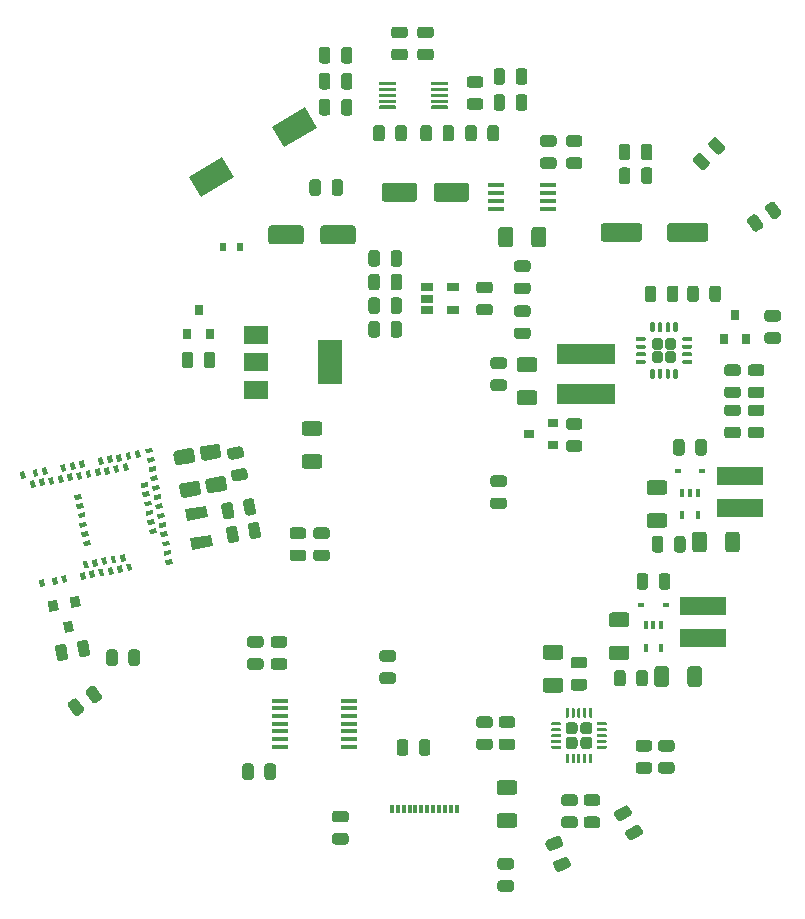
<source format=gbr>
%TF.GenerationSoftware,KiCad,Pcbnew,5.1.6+dfsg1-1*%
%TF.CreationDate,2020-08-08T17:15:22+09:00*%
%TF.ProjectId,portable_spectro_sch,706f7274-6162-46c6-955f-737065637472,rev?*%
%TF.SameCoordinates,Original*%
%TF.FileFunction,Paste,Top*%
%TF.FilePolarity,Positive*%
%FSLAX46Y46*%
G04 Gerber Fmt 4.6, Leading zero omitted, Abs format (unit mm)*
G04 Created by KiCad (PCBNEW 5.1.6+dfsg1-1) date 2020-08-08 17:15:22*
%MOMM*%
%LPD*%
G01*
G04 APERTURE LIST*
%ADD10R,2.000000X1.500000*%
%ADD11R,2.000000X3.800000*%
%ADD12C,0.100000*%
%ADD13R,0.320000X0.700000*%
%ADD14R,0.600000X0.450000*%
%ADD15R,0.800000X0.900000*%
%ADD16R,1.060000X0.650000*%
%ADD17R,0.400000X0.650000*%
%ADD18R,1.450000X0.450000*%
%ADD19R,4.000000X1.500000*%
%ADD20R,5.000000X1.800000*%
%ADD21R,0.600000X0.700000*%
%ADD22R,0.900000X0.800000*%
G04 APERTURE END LIST*
%TO.C,U15*%
G36*
G01*
X232670000Y-95230000D02*
X232670000Y-94720000D01*
G75*
G02*
X232920000Y-94470000I250000J0D01*
G01*
X233430000Y-94470000D01*
G75*
G02*
X233680000Y-94720000I0J-250000D01*
G01*
X233680000Y-95230000D01*
G75*
G02*
X233430000Y-95480000I-250000J0D01*
G01*
X232920000Y-95480000D01*
G75*
G02*
X232670000Y-95230000I0J250000D01*
G01*
G37*
G36*
G01*
X232670000Y-96480000D02*
X232670000Y-95970000D01*
G75*
G02*
X232920000Y-95720000I250000J0D01*
G01*
X233430000Y-95720000D01*
G75*
G02*
X233680000Y-95970000I0J-250000D01*
G01*
X233680000Y-96480000D01*
G75*
G02*
X233430000Y-96730000I-250000J0D01*
G01*
X232920000Y-96730000D01*
G75*
G02*
X232670000Y-96480000I0J250000D01*
G01*
G37*
G36*
G01*
X233920000Y-95230000D02*
X233920000Y-94720000D01*
G75*
G02*
X234170000Y-94470000I250000J0D01*
G01*
X234680000Y-94470000D01*
G75*
G02*
X234930000Y-94720000I0J-250000D01*
G01*
X234930000Y-95230000D01*
G75*
G02*
X234680000Y-95480000I-250000J0D01*
G01*
X234170000Y-95480000D01*
G75*
G02*
X233920000Y-95230000I0J250000D01*
G01*
G37*
G36*
G01*
X233920000Y-96480000D02*
X233920000Y-95970000D01*
G75*
G02*
X234170000Y-95720000I250000J0D01*
G01*
X234680000Y-95720000D01*
G75*
G02*
X234930000Y-95970000I0J-250000D01*
G01*
X234930000Y-96480000D01*
G75*
G02*
X234680000Y-96730000I-250000J0D01*
G01*
X234170000Y-96730000D01*
G75*
G02*
X233920000Y-96480000I0J250000D01*
G01*
G37*
G36*
G01*
X231450000Y-94662500D02*
X231450000Y-94537500D01*
G75*
G02*
X231512500Y-94475000I62500J0D01*
G01*
X232212500Y-94475000D01*
G75*
G02*
X232275000Y-94537500I0J-62500D01*
G01*
X232275000Y-94662500D01*
G75*
G02*
X232212500Y-94725000I-62500J0D01*
G01*
X231512500Y-94725000D01*
G75*
G02*
X231450000Y-94662500I0J62500D01*
G01*
G37*
G36*
G01*
X231450000Y-95162500D02*
X231450000Y-95037500D01*
G75*
G02*
X231512500Y-94975000I62500J0D01*
G01*
X232212500Y-94975000D01*
G75*
G02*
X232275000Y-95037500I0J-62500D01*
G01*
X232275000Y-95162500D01*
G75*
G02*
X232212500Y-95225000I-62500J0D01*
G01*
X231512500Y-95225000D01*
G75*
G02*
X231450000Y-95162500I0J62500D01*
G01*
G37*
G36*
G01*
X231450000Y-95662500D02*
X231450000Y-95537500D01*
G75*
G02*
X231512500Y-95475000I62500J0D01*
G01*
X232212500Y-95475000D01*
G75*
G02*
X232275000Y-95537500I0J-62500D01*
G01*
X232275000Y-95662500D01*
G75*
G02*
X232212500Y-95725000I-62500J0D01*
G01*
X231512500Y-95725000D01*
G75*
G02*
X231450000Y-95662500I0J62500D01*
G01*
G37*
G36*
G01*
X231450000Y-96162500D02*
X231450000Y-96037500D01*
G75*
G02*
X231512500Y-95975000I62500J0D01*
G01*
X232212500Y-95975000D01*
G75*
G02*
X232275000Y-96037500I0J-62500D01*
G01*
X232275000Y-96162500D01*
G75*
G02*
X232212500Y-96225000I-62500J0D01*
G01*
X231512500Y-96225000D01*
G75*
G02*
X231450000Y-96162500I0J62500D01*
G01*
G37*
G36*
G01*
X231450000Y-96662500D02*
X231450000Y-96537500D01*
G75*
G02*
X231512500Y-96475000I62500J0D01*
G01*
X232212500Y-96475000D01*
G75*
G02*
X232275000Y-96537500I0J-62500D01*
G01*
X232275000Y-96662500D01*
G75*
G02*
X232212500Y-96725000I-62500J0D01*
G01*
X231512500Y-96725000D01*
G75*
G02*
X231450000Y-96662500I0J62500D01*
G01*
G37*
G36*
G01*
X232675000Y-97887500D02*
X232675000Y-97187500D01*
G75*
G02*
X232737500Y-97125000I62500J0D01*
G01*
X232862500Y-97125000D01*
G75*
G02*
X232925000Y-97187500I0J-62500D01*
G01*
X232925000Y-97887500D01*
G75*
G02*
X232862500Y-97950000I-62500J0D01*
G01*
X232737500Y-97950000D01*
G75*
G02*
X232675000Y-97887500I0J62500D01*
G01*
G37*
G36*
G01*
X233175000Y-97887500D02*
X233175000Y-97187500D01*
G75*
G02*
X233237500Y-97125000I62500J0D01*
G01*
X233362500Y-97125000D01*
G75*
G02*
X233425000Y-97187500I0J-62500D01*
G01*
X233425000Y-97887500D01*
G75*
G02*
X233362500Y-97950000I-62500J0D01*
G01*
X233237500Y-97950000D01*
G75*
G02*
X233175000Y-97887500I0J62500D01*
G01*
G37*
G36*
G01*
X233675000Y-97887500D02*
X233675000Y-97187500D01*
G75*
G02*
X233737500Y-97125000I62500J0D01*
G01*
X233862500Y-97125000D01*
G75*
G02*
X233925000Y-97187500I0J-62500D01*
G01*
X233925000Y-97887500D01*
G75*
G02*
X233862500Y-97950000I-62500J0D01*
G01*
X233737500Y-97950000D01*
G75*
G02*
X233675000Y-97887500I0J62500D01*
G01*
G37*
G36*
G01*
X234175000Y-97887500D02*
X234175000Y-97187500D01*
G75*
G02*
X234237500Y-97125000I62500J0D01*
G01*
X234362500Y-97125000D01*
G75*
G02*
X234425000Y-97187500I0J-62500D01*
G01*
X234425000Y-97887500D01*
G75*
G02*
X234362500Y-97950000I-62500J0D01*
G01*
X234237500Y-97950000D01*
G75*
G02*
X234175000Y-97887500I0J62500D01*
G01*
G37*
G36*
G01*
X234675000Y-97887500D02*
X234675000Y-97187500D01*
G75*
G02*
X234737500Y-97125000I62500J0D01*
G01*
X234862500Y-97125000D01*
G75*
G02*
X234925000Y-97187500I0J-62500D01*
G01*
X234925000Y-97887500D01*
G75*
G02*
X234862500Y-97950000I-62500J0D01*
G01*
X234737500Y-97950000D01*
G75*
G02*
X234675000Y-97887500I0J62500D01*
G01*
G37*
G36*
G01*
X235325000Y-96662500D02*
X235325000Y-96537500D01*
G75*
G02*
X235387500Y-96475000I62500J0D01*
G01*
X236087500Y-96475000D01*
G75*
G02*
X236150000Y-96537500I0J-62500D01*
G01*
X236150000Y-96662500D01*
G75*
G02*
X236087500Y-96725000I-62500J0D01*
G01*
X235387500Y-96725000D01*
G75*
G02*
X235325000Y-96662500I0J62500D01*
G01*
G37*
G36*
G01*
X235325000Y-96162500D02*
X235325000Y-96037500D01*
G75*
G02*
X235387500Y-95975000I62500J0D01*
G01*
X236087500Y-95975000D01*
G75*
G02*
X236150000Y-96037500I0J-62500D01*
G01*
X236150000Y-96162500D01*
G75*
G02*
X236087500Y-96225000I-62500J0D01*
G01*
X235387500Y-96225000D01*
G75*
G02*
X235325000Y-96162500I0J62500D01*
G01*
G37*
G36*
G01*
X235325000Y-95662500D02*
X235325000Y-95537500D01*
G75*
G02*
X235387500Y-95475000I62500J0D01*
G01*
X236087500Y-95475000D01*
G75*
G02*
X236150000Y-95537500I0J-62500D01*
G01*
X236150000Y-95662500D01*
G75*
G02*
X236087500Y-95725000I-62500J0D01*
G01*
X235387500Y-95725000D01*
G75*
G02*
X235325000Y-95662500I0J62500D01*
G01*
G37*
G36*
G01*
X235325000Y-95162500D02*
X235325000Y-95037500D01*
G75*
G02*
X235387500Y-94975000I62500J0D01*
G01*
X236087500Y-94975000D01*
G75*
G02*
X236150000Y-95037500I0J-62500D01*
G01*
X236150000Y-95162500D01*
G75*
G02*
X236087500Y-95225000I-62500J0D01*
G01*
X235387500Y-95225000D01*
G75*
G02*
X235325000Y-95162500I0J62500D01*
G01*
G37*
G36*
G01*
X235325000Y-94662500D02*
X235325000Y-94537500D01*
G75*
G02*
X235387500Y-94475000I62500J0D01*
G01*
X236087500Y-94475000D01*
G75*
G02*
X236150000Y-94537500I0J-62500D01*
G01*
X236150000Y-94662500D01*
G75*
G02*
X236087500Y-94725000I-62500J0D01*
G01*
X235387500Y-94725000D01*
G75*
G02*
X235325000Y-94662500I0J62500D01*
G01*
G37*
G36*
G01*
X234675000Y-94012500D02*
X234675000Y-93312500D01*
G75*
G02*
X234737500Y-93250000I62500J0D01*
G01*
X234862500Y-93250000D01*
G75*
G02*
X234925000Y-93312500I0J-62500D01*
G01*
X234925000Y-94012500D01*
G75*
G02*
X234862500Y-94075000I-62500J0D01*
G01*
X234737500Y-94075000D01*
G75*
G02*
X234675000Y-94012500I0J62500D01*
G01*
G37*
G36*
G01*
X234175000Y-94012500D02*
X234175000Y-93312500D01*
G75*
G02*
X234237500Y-93250000I62500J0D01*
G01*
X234362500Y-93250000D01*
G75*
G02*
X234425000Y-93312500I0J-62500D01*
G01*
X234425000Y-94012500D01*
G75*
G02*
X234362500Y-94075000I-62500J0D01*
G01*
X234237500Y-94075000D01*
G75*
G02*
X234175000Y-94012500I0J62500D01*
G01*
G37*
G36*
G01*
X233675000Y-94012500D02*
X233675000Y-93312500D01*
G75*
G02*
X233737500Y-93250000I62500J0D01*
G01*
X233862500Y-93250000D01*
G75*
G02*
X233925000Y-93312500I0J-62500D01*
G01*
X233925000Y-94012500D01*
G75*
G02*
X233862500Y-94075000I-62500J0D01*
G01*
X233737500Y-94075000D01*
G75*
G02*
X233675000Y-94012500I0J62500D01*
G01*
G37*
G36*
G01*
X233175000Y-94012500D02*
X233175000Y-93312500D01*
G75*
G02*
X233237500Y-93250000I62500J0D01*
G01*
X233362500Y-93250000D01*
G75*
G02*
X233425000Y-93312500I0J-62500D01*
G01*
X233425000Y-94012500D01*
G75*
G02*
X233362500Y-94075000I-62500J0D01*
G01*
X233237500Y-94075000D01*
G75*
G02*
X233175000Y-94012500I0J62500D01*
G01*
G37*
G36*
G01*
X232675000Y-94012500D02*
X232675000Y-93312500D01*
G75*
G02*
X232737500Y-93250000I62500J0D01*
G01*
X232862500Y-93250000D01*
G75*
G02*
X232925000Y-93312500I0J-62500D01*
G01*
X232925000Y-94012500D01*
G75*
G02*
X232862500Y-94075000I-62500J0D01*
G01*
X232737500Y-94075000D01*
G75*
G02*
X232675000Y-94012500I0J62500D01*
G01*
G37*
%TD*%
%TO.C,R31*%
G36*
G01*
X208856250Y-88150000D02*
X207943750Y-88150000D01*
G75*
G02*
X207700000Y-87906250I0J243750D01*
G01*
X207700000Y-87418750D01*
G75*
G02*
X207943750Y-87175000I243750J0D01*
G01*
X208856250Y-87175000D01*
G75*
G02*
X209100000Y-87418750I0J-243750D01*
G01*
X209100000Y-87906250D01*
G75*
G02*
X208856250Y-88150000I-243750J0D01*
G01*
G37*
G36*
G01*
X208856250Y-90025000D02*
X207943750Y-90025000D01*
G75*
G02*
X207700000Y-89781250I0J243750D01*
G01*
X207700000Y-89293750D01*
G75*
G02*
X207943750Y-89050000I243750J0D01*
G01*
X208856250Y-89050000D01*
G75*
G02*
X209100000Y-89293750I0J-243750D01*
G01*
X209100000Y-89781250D01*
G75*
G02*
X208856250Y-90025000I-243750J0D01*
G01*
G37*
%TD*%
%TO.C,C29*%
G36*
G01*
X205261177Y-72077610D02*
X204362540Y-72236064D01*
G75*
G02*
X204080166Y-72038344I-42327J240047D01*
G01*
X203995513Y-71558250D01*
G75*
G02*
X204193233Y-71275876I240047J42327D01*
G01*
X205091870Y-71117422D01*
G75*
G02*
X205374244Y-71315142I42327J-240047D01*
G01*
X205458897Y-71795236D01*
G75*
G02*
X205261177Y-72077610I-240047J-42327D01*
G01*
G37*
G36*
G01*
X205586767Y-73924124D02*
X204688130Y-74082578D01*
G75*
G02*
X204405756Y-73884858I-42327J240047D01*
G01*
X204321103Y-73404764D01*
G75*
G02*
X204518823Y-73122390I240047J42327D01*
G01*
X205417460Y-72963936D01*
G75*
G02*
X205699834Y-73161656I42327J-240047D01*
G01*
X205784487Y-73641750D01*
G75*
G02*
X205586767Y-73924124I-240047J-42327D01*
G01*
G37*
%TD*%
D10*
%TO.C,U13*%
X206450000Y-61700000D03*
X206450000Y-66300000D03*
X206450000Y-64000000D03*
D11*
X212750000Y-64000000D03*
%TD*%
D12*
%TO.C,BZ1*%
G36*
X201829184Y-49992884D02*
G01*
X200799108Y-48278550D01*
X203542044Y-46630428D01*
X204572120Y-48344762D01*
X201829184Y-49992884D01*
G37*
G36*
X208857956Y-45769572D02*
G01*
X207827880Y-44055238D01*
X210570816Y-42407116D01*
X211600892Y-44121450D01*
X208857956Y-45769572D01*
G37*
%TD*%
%TO.C,C30*%
G36*
G01*
X227075000Y-102175000D02*
X228325000Y-102175000D01*
G75*
G02*
X228575000Y-102425000I0J-250000D01*
G01*
X228575000Y-103175000D01*
G75*
G02*
X228325000Y-103425000I-250000J0D01*
G01*
X227075000Y-103425000D01*
G75*
G02*
X226825000Y-103175000I0J250000D01*
G01*
X226825000Y-102425000D01*
G75*
G02*
X227075000Y-102175000I250000J0D01*
G01*
G37*
G36*
G01*
X227075000Y-99375000D02*
X228325000Y-99375000D01*
G75*
G02*
X228575000Y-99625000I0J-250000D01*
G01*
X228575000Y-100375000D01*
G75*
G02*
X228325000Y-100625000I-250000J0D01*
G01*
X227075000Y-100625000D01*
G75*
G02*
X226825000Y-100375000I0J250000D01*
G01*
X226825000Y-99625000D01*
G75*
G02*
X227075000Y-99375000I250000J0D01*
G01*
G37*
%TD*%
%TO.C,D16*%
G36*
G01*
X237829876Y-103617837D02*
X238620124Y-103161586D01*
G75*
G02*
X238953093Y-103250805I121875J-211094D01*
G01*
X239196843Y-103672993D01*
G75*
G02*
X239107624Y-104005962I-211094J-121875D01*
G01*
X238317376Y-104462212D01*
G75*
G02*
X237984407Y-104372993I-121875J211094D01*
G01*
X237740657Y-103950805D01*
G75*
G02*
X237829876Y-103617836I211094J121875D01*
G01*
G37*
G36*
G01*
X236892376Y-101994039D02*
X237682624Y-101537788D01*
G75*
G02*
X238015593Y-101627007I121875J-211094D01*
G01*
X238259343Y-102049195D01*
G75*
G02*
X238170124Y-102382164I-211094J-121875D01*
G01*
X237379876Y-102838414D01*
G75*
G02*
X237046907Y-102749195I-121875J211094D01*
G01*
X236803157Y-102327007D01*
G75*
G02*
X236892376Y-101994038I211094J121875D01*
G01*
G37*
%TD*%
D13*
%TO.C,J4*%
X217960000Y-101850000D03*
X218460000Y-101850000D03*
X218960000Y-101850000D03*
X219460000Y-101850000D03*
X219960000Y-101850000D03*
X220460000Y-101850000D03*
X220960000Y-101850000D03*
X221460000Y-101850000D03*
X221960000Y-101850000D03*
X222460000Y-101850000D03*
X222960000Y-101850000D03*
X223460000Y-101850000D03*
%TD*%
%TO.C,C1*%
G36*
G01*
X225343750Y-59050000D02*
X226256250Y-59050000D01*
G75*
G02*
X226500000Y-59293750I0J-243750D01*
G01*
X226500000Y-59781250D01*
G75*
G02*
X226256250Y-60025000I-243750J0D01*
G01*
X225343750Y-60025000D01*
G75*
G02*
X225100000Y-59781250I0J243750D01*
G01*
X225100000Y-59293750D01*
G75*
G02*
X225343750Y-59050000I243750J0D01*
G01*
G37*
G36*
G01*
X225343750Y-57175000D02*
X226256250Y-57175000D01*
G75*
G02*
X226500000Y-57418750I0J-243750D01*
G01*
X226500000Y-57906250D01*
G75*
G02*
X226256250Y-58150000I-243750J0D01*
G01*
X225343750Y-58150000D01*
G75*
G02*
X225100000Y-57906250I0J243750D01*
G01*
X225100000Y-57418750D01*
G75*
G02*
X225343750Y-57175000I243750J0D01*
G01*
G37*
%TD*%
%TO.C,C2*%
G36*
G01*
X223225000Y-44143750D02*
X223225000Y-45056250D01*
G75*
G02*
X222981250Y-45300000I-243750J0D01*
G01*
X222493750Y-45300000D01*
G75*
G02*
X222250000Y-45056250I0J243750D01*
G01*
X222250000Y-44143750D01*
G75*
G02*
X222493750Y-43900000I243750J0D01*
G01*
X222981250Y-43900000D01*
G75*
G02*
X223225000Y-44143750I0J-243750D01*
G01*
G37*
G36*
G01*
X221350000Y-44143750D02*
X221350000Y-45056250D01*
G75*
G02*
X221106250Y-45300000I-243750J0D01*
G01*
X220618750Y-45300000D01*
G75*
G02*
X220375000Y-45056250I0J243750D01*
G01*
X220375000Y-44143750D01*
G75*
G02*
X220618750Y-43900000I243750J0D01*
G01*
X221106250Y-43900000D01*
G75*
G02*
X221350000Y-44143750I0J-243750D01*
G01*
G37*
%TD*%
%TO.C,C3*%
G36*
G01*
X226543750Y-63575000D02*
X227456250Y-63575000D01*
G75*
G02*
X227700000Y-63818750I0J-243750D01*
G01*
X227700000Y-64306250D01*
G75*
G02*
X227456250Y-64550000I-243750J0D01*
G01*
X226543750Y-64550000D01*
G75*
G02*
X226300000Y-64306250I0J243750D01*
G01*
X226300000Y-63818750D01*
G75*
G02*
X226543750Y-63575000I243750J0D01*
G01*
G37*
G36*
G01*
X226543750Y-65450000D02*
X227456250Y-65450000D01*
G75*
G02*
X227700000Y-65693750I0J-243750D01*
G01*
X227700000Y-66181250D01*
G75*
G02*
X227456250Y-66425000I-243750J0D01*
G01*
X226543750Y-66425000D01*
G75*
G02*
X226300000Y-66181250I0J243750D01*
G01*
X226300000Y-65693750D01*
G75*
G02*
X226543750Y-65450000I243750J0D01*
G01*
G37*
%TD*%
%TO.C,C4*%
G36*
G01*
X228775000Y-66375000D02*
X230025000Y-66375000D01*
G75*
G02*
X230275000Y-66625000I0J-250000D01*
G01*
X230275000Y-67375000D01*
G75*
G02*
X230025000Y-67625000I-250000J0D01*
G01*
X228775000Y-67625000D01*
G75*
G02*
X228525000Y-67375000I0J250000D01*
G01*
X228525000Y-66625000D01*
G75*
G02*
X228775000Y-66375000I250000J0D01*
G01*
G37*
G36*
G01*
X228775000Y-63575000D02*
X230025000Y-63575000D01*
G75*
G02*
X230275000Y-63825000I0J-250000D01*
G01*
X230275000Y-64575000D01*
G75*
G02*
X230025000Y-64825000I-250000J0D01*
G01*
X228775000Y-64825000D01*
G75*
G02*
X228525000Y-64575000I0J250000D01*
G01*
X228525000Y-63825000D01*
G75*
G02*
X228775000Y-63575000I250000J0D01*
G01*
G37*
%TD*%
%TO.C,C5*%
G36*
G01*
X227456250Y-76425000D02*
X226543750Y-76425000D01*
G75*
G02*
X226300000Y-76181250I0J243750D01*
G01*
X226300000Y-75693750D01*
G75*
G02*
X226543750Y-75450000I243750J0D01*
G01*
X227456250Y-75450000D01*
G75*
G02*
X227700000Y-75693750I0J-243750D01*
G01*
X227700000Y-76181250D01*
G75*
G02*
X227456250Y-76425000I-243750J0D01*
G01*
G37*
G36*
G01*
X227456250Y-74550000D02*
X226543750Y-74550000D01*
G75*
G02*
X226300000Y-74306250I0J243750D01*
G01*
X226300000Y-73818750D01*
G75*
G02*
X226543750Y-73575000I243750J0D01*
G01*
X227456250Y-73575000D01*
G75*
G02*
X227700000Y-73818750I0J-243750D01*
G01*
X227700000Y-74306250D01*
G75*
G02*
X227456250Y-74550000I-243750J0D01*
G01*
G37*
%TD*%
%TO.C,C6*%
G36*
G01*
X247425000Y-78575000D02*
X247425000Y-79825000D01*
G75*
G02*
X247175000Y-80075000I-250000J0D01*
G01*
X246425000Y-80075000D01*
G75*
G02*
X246175000Y-79825000I0J250000D01*
G01*
X246175000Y-78575000D01*
G75*
G02*
X246425000Y-78325000I250000J0D01*
G01*
X247175000Y-78325000D01*
G75*
G02*
X247425000Y-78575000I0J-250000D01*
G01*
G37*
G36*
G01*
X244625000Y-78575000D02*
X244625000Y-79825000D01*
G75*
G02*
X244375000Y-80075000I-250000J0D01*
G01*
X243625000Y-80075000D01*
G75*
G02*
X243375000Y-79825000I0J250000D01*
G01*
X243375000Y-78575000D01*
G75*
G02*
X243625000Y-78325000I250000J0D01*
G01*
X244375000Y-78325000D01*
G75*
G02*
X244625000Y-78575000I0J-250000D01*
G01*
G37*
%TD*%
%TO.C,C7*%
G36*
G01*
X243650000Y-71656250D02*
X243650000Y-70743750D01*
G75*
G02*
X243893750Y-70500000I243750J0D01*
G01*
X244381250Y-70500000D01*
G75*
G02*
X244625000Y-70743750I0J-243750D01*
G01*
X244625000Y-71656250D01*
G75*
G02*
X244381250Y-71900000I-243750J0D01*
G01*
X243893750Y-71900000D01*
G75*
G02*
X243650000Y-71656250I0J243750D01*
G01*
G37*
G36*
G01*
X241775000Y-71656250D02*
X241775000Y-70743750D01*
G75*
G02*
X242018750Y-70500000I243750J0D01*
G01*
X242506250Y-70500000D01*
G75*
G02*
X242750000Y-70743750I0J-243750D01*
G01*
X242750000Y-71656250D01*
G75*
G02*
X242506250Y-71900000I-243750J0D01*
G01*
X242018750Y-71900000D01*
G75*
G02*
X241775000Y-71656250I0J243750D01*
G01*
G37*
%TD*%
%TO.C,C8*%
G36*
G01*
X217350000Y-44143750D02*
X217350000Y-45056250D01*
G75*
G02*
X217106250Y-45300000I-243750J0D01*
G01*
X216618750Y-45300000D01*
G75*
G02*
X216375000Y-45056250I0J243750D01*
G01*
X216375000Y-44143750D01*
G75*
G02*
X216618750Y-43900000I243750J0D01*
G01*
X217106250Y-43900000D01*
G75*
G02*
X217350000Y-44143750I0J-243750D01*
G01*
G37*
G36*
G01*
X219225000Y-44143750D02*
X219225000Y-45056250D01*
G75*
G02*
X218981250Y-45300000I-243750J0D01*
G01*
X218493750Y-45300000D01*
G75*
G02*
X218250000Y-45056250I0J243750D01*
G01*
X218250000Y-44143750D01*
G75*
G02*
X218493750Y-43900000I243750J0D01*
G01*
X218981250Y-43900000D01*
G75*
G02*
X219225000Y-44143750I0J-243750D01*
G01*
G37*
%TD*%
%TO.C,C9*%
G36*
G01*
X220100000Y-49050000D02*
X220100000Y-50150000D01*
G75*
G02*
X219850000Y-50400000I-250000J0D01*
G01*
X217350000Y-50400000D01*
G75*
G02*
X217100000Y-50150000I0J250000D01*
G01*
X217100000Y-49050000D01*
G75*
G02*
X217350000Y-48800000I250000J0D01*
G01*
X219850000Y-48800000D01*
G75*
G02*
X220100000Y-49050000I0J-250000D01*
G01*
G37*
G36*
G01*
X224500000Y-49050000D02*
X224500000Y-50150000D01*
G75*
G02*
X224250000Y-50400000I-250000J0D01*
G01*
X221750000Y-50400000D01*
G75*
G02*
X221500000Y-50150000I0J250000D01*
G01*
X221500000Y-49050000D01*
G75*
G02*
X221750000Y-48800000I250000J0D01*
G01*
X224250000Y-48800000D01*
G75*
G02*
X224500000Y-49050000I0J-250000D01*
G01*
G37*
%TD*%
%TO.C,C10*%
G36*
G01*
X228225000Y-52775000D02*
X228225000Y-54025000D01*
G75*
G02*
X227975000Y-54275000I-250000J0D01*
G01*
X227225000Y-54275000D01*
G75*
G02*
X226975000Y-54025000I0J250000D01*
G01*
X226975000Y-52775000D01*
G75*
G02*
X227225000Y-52525000I250000J0D01*
G01*
X227975000Y-52525000D01*
G75*
G02*
X228225000Y-52775000I0J-250000D01*
G01*
G37*
G36*
G01*
X231025000Y-52775000D02*
X231025000Y-54025000D01*
G75*
G02*
X230775000Y-54275000I-250000J0D01*
G01*
X230025000Y-54275000D01*
G75*
G02*
X229775000Y-54025000I0J250000D01*
G01*
X229775000Y-52775000D01*
G75*
G02*
X230025000Y-52525000I250000J0D01*
G01*
X230775000Y-52525000D01*
G75*
G02*
X231025000Y-52775000I0J-250000D01*
G01*
G37*
%TD*%
%TO.C,C11*%
G36*
G01*
X217850000Y-57656250D02*
X217850000Y-56743750D01*
G75*
G02*
X218093750Y-56500000I243750J0D01*
G01*
X218581250Y-56500000D01*
G75*
G02*
X218825000Y-56743750I0J-243750D01*
G01*
X218825000Y-57656250D01*
G75*
G02*
X218581250Y-57900000I-243750J0D01*
G01*
X218093750Y-57900000D01*
G75*
G02*
X217850000Y-57656250I0J243750D01*
G01*
G37*
G36*
G01*
X215975000Y-57656250D02*
X215975000Y-56743750D01*
G75*
G02*
X216218750Y-56500000I243750J0D01*
G01*
X216706250Y-56500000D01*
G75*
G02*
X216950000Y-56743750I0J-243750D01*
G01*
X216950000Y-57656250D01*
G75*
G02*
X216706250Y-57900000I-243750J0D01*
G01*
X216218750Y-57900000D01*
G75*
G02*
X215975000Y-57656250I0J243750D01*
G01*
G37*
%TD*%
%TO.C,C12*%
G36*
G01*
X224543750Y-41650000D02*
X225456250Y-41650000D01*
G75*
G02*
X225700000Y-41893750I0J-243750D01*
G01*
X225700000Y-42381250D01*
G75*
G02*
X225456250Y-42625000I-243750J0D01*
G01*
X224543750Y-42625000D01*
G75*
G02*
X224300000Y-42381250I0J243750D01*
G01*
X224300000Y-41893750D01*
G75*
G02*
X224543750Y-41650000I243750J0D01*
G01*
G37*
G36*
G01*
X224543750Y-39775000D02*
X225456250Y-39775000D01*
G75*
G02*
X225700000Y-40018750I0J-243750D01*
G01*
X225700000Y-40506250D01*
G75*
G02*
X225456250Y-40750000I-243750J0D01*
G01*
X224543750Y-40750000D01*
G75*
G02*
X224300000Y-40506250I0J243750D01*
G01*
X224300000Y-40018750D01*
G75*
G02*
X224543750Y-39775000I243750J0D01*
G01*
G37*
%TD*%
%TO.C,C13*%
G36*
G01*
X231656250Y-47625000D02*
X230743750Y-47625000D01*
G75*
G02*
X230500000Y-47381250I0J243750D01*
G01*
X230500000Y-46893750D01*
G75*
G02*
X230743750Y-46650000I243750J0D01*
G01*
X231656250Y-46650000D01*
G75*
G02*
X231900000Y-46893750I0J-243750D01*
G01*
X231900000Y-47381250D01*
G75*
G02*
X231656250Y-47625000I-243750J0D01*
G01*
G37*
G36*
G01*
X231656250Y-45750000D02*
X230743750Y-45750000D01*
G75*
G02*
X230500000Y-45506250I0J243750D01*
G01*
X230500000Y-45018750D01*
G75*
G02*
X230743750Y-44775000I243750J0D01*
G01*
X231656250Y-44775000D01*
G75*
G02*
X231900000Y-45018750I0J-243750D01*
G01*
X231900000Y-45506250D01*
G75*
G02*
X231656250Y-45750000I-243750J0D01*
G01*
G37*
%TD*%
%TO.C,C15*%
G36*
G01*
X206724124Y-77703233D02*
X206882578Y-78601870D01*
G75*
G02*
X206684858Y-78884244I-240047J-42327D01*
G01*
X206204764Y-78968897D01*
G75*
G02*
X205922390Y-78771177I-42327J240047D01*
G01*
X205763936Y-77872540D01*
G75*
G02*
X205961656Y-77590166I240047J42327D01*
G01*
X206441750Y-77505513D01*
G75*
G02*
X206724124Y-77703233I42327J-240047D01*
G01*
G37*
G36*
G01*
X204877610Y-78028823D02*
X205036064Y-78927460D01*
G75*
G02*
X204838344Y-79209834I-240047J-42327D01*
G01*
X204358250Y-79294487D01*
G75*
G02*
X204075876Y-79096767I-42327J240047D01*
G01*
X203917422Y-78198130D01*
G75*
G02*
X204115142Y-77915756I240047J42327D01*
G01*
X204595236Y-77831103D01*
G75*
G02*
X204877610Y-78028823I42327J-240047D01*
G01*
G37*
%TD*%
%TO.C,C16*%
G36*
G01*
X204477610Y-76028823D02*
X204636064Y-76927460D01*
G75*
G02*
X204438344Y-77209834I-240047J-42327D01*
G01*
X203958250Y-77294487D01*
G75*
G02*
X203675876Y-77096767I-42327J240047D01*
G01*
X203517422Y-76198130D01*
G75*
G02*
X203715142Y-75915756I240047J42327D01*
G01*
X204195236Y-75831103D01*
G75*
G02*
X204477610Y-76028823I42327J-240047D01*
G01*
G37*
G36*
G01*
X206324124Y-75703233D02*
X206482578Y-76601870D01*
G75*
G02*
X206284858Y-76884244I-240047J-42327D01*
G01*
X205804764Y-76968897D01*
G75*
G02*
X205522390Y-76771177I-42327J240047D01*
G01*
X205363936Y-75872540D01*
G75*
G02*
X205561656Y-75590166I240047J42327D01*
G01*
X206041750Y-75505513D01*
G75*
G02*
X206324124Y-75703233I42327J-240047D01*
G01*
G37*
%TD*%
%TO.C,C23*%
G36*
G01*
X206270000Y-98193750D02*
X206270000Y-99106250D01*
G75*
G02*
X206026250Y-99350000I-243750J0D01*
G01*
X205538750Y-99350000D01*
G75*
G02*
X205295000Y-99106250I0J243750D01*
G01*
X205295000Y-98193750D01*
G75*
G02*
X205538750Y-97950000I243750J0D01*
G01*
X206026250Y-97950000D01*
G75*
G02*
X206270000Y-98193750I0J-243750D01*
G01*
G37*
G36*
G01*
X208145000Y-98193750D02*
X208145000Y-99106250D01*
G75*
G02*
X207901250Y-99350000I-243750J0D01*
G01*
X207413750Y-99350000D01*
G75*
G02*
X207170000Y-99106250I0J243750D01*
G01*
X207170000Y-98193750D01*
G75*
G02*
X207413750Y-97950000I243750J0D01*
G01*
X207901250Y-97950000D01*
G75*
G02*
X208145000Y-98193750I0J-243750D01*
G01*
G37*
%TD*%
%TO.C,C24*%
G36*
G01*
X218056250Y-91225000D02*
X217143750Y-91225000D01*
G75*
G02*
X216900000Y-90981250I0J243750D01*
G01*
X216900000Y-90493750D01*
G75*
G02*
X217143750Y-90250000I243750J0D01*
G01*
X218056250Y-90250000D01*
G75*
G02*
X218300000Y-90493750I0J-243750D01*
G01*
X218300000Y-90981250D01*
G75*
G02*
X218056250Y-91225000I-243750J0D01*
G01*
G37*
G36*
G01*
X218056250Y-89350000D02*
X217143750Y-89350000D01*
G75*
G02*
X216900000Y-89106250I0J243750D01*
G01*
X216900000Y-88618750D01*
G75*
G02*
X217143750Y-88375000I243750J0D01*
G01*
X218056250Y-88375000D01*
G75*
G02*
X218300000Y-88618750I0J-243750D01*
G01*
X218300000Y-89106250D01*
G75*
G02*
X218056250Y-89350000I-243750J0D01*
G01*
G37*
%TD*%
%TO.C,C27*%
G36*
G01*
X203817142Y-74865706D02*
X202586132Y-75082766D01*
G75*
G02*
X202296518Y-74879976I-43412J246202D01*
G01*
X202166282Y-74141370D01*
G75*
G02*
X202369072Y-73851756I246202J43412D01*
G01*
X203600082Y-73634696D01*
G75*
G02*
X203889696Y-73837486I43412J-246202D01*
G01*
X204019932Y-74576092D01*
G75*
G02*
X203817142Y-74865706I-246202J-43412D01*
G01*
G37*
G36*
G01*
X203330928Y-72108244D02*
X202099918Y-72325304D01*
G75*
G02*
X201810304Y-72122514I-43412J246202D01*
G01*
X201680068Y-71383908D01*
G75*
G02*
X201882858Y-71094294I246202J43412D01*
G01*
X203113868Y-70877234D01*
G75*
G02*
X203403482Y-71080024I43412J-246202D01*
G01*
X203533718Y-71818630D01*
G75*
G02*
X203330928Y-72108244I-246202J-43412D01*
G01*
G37*
%TD*%
%TO.C,C28*%
G36*
G01*
X201120928Y-72498244D02*
X199889918Y-72715304D01*
G75*
G02*
X199600304Y-72512514I-43412J246202D01*
G01*
X199470068Y-71773908D01*
G75*
G02*
X199672858Y-71484294I246202J43412D01*
G01*
X200903868Y-71267234D01*
G75*
G02*
X201193482Y-71470024I43412J-246202D01*
G01*
X201323718Y-72208630D01*
G75*
G02*
X201120928Y-72498244I-246202J-43412D01*
G01*
G37*
G36*
G01*
X201607142Y-75255706D02*
X200376132Y-75472766D01*
G75*
G02*
X200086518Y-75269976I-43412J246202D01*
G01*
X199956282Y-74531370D01*
G75*
G02*
X200159072Y-74241756I246202J43412D01*
G01*
X201390082Y-74024696D01*
G75*
G02*
X201679696Y-74227486I43412J-246202D01*
G01*
X201809932Y-74966092D01*
G75*
G02*
X201607142Y-75255706I-246202J-43412D01*
G01*
G37*
%TD*%
%TO.C,C31*%
G36*
G01*
X233343750Y-90810000D02*
X234256250Y-90810000D01*
G75*
G02*
X234500000Y-91053750I0J-243750D01*
G01*
X234500000Y-91541250D01*
G75*
G02*
X234256250Y-91785000I-243750J0D01*
G01*
X233343750Y-91785000D01*
G75*
G02*
X233100000Y-91541250I0J243750D01*
G01*
X233100000Y-91053750D01*
G75*
G02*
X233343750Y-90810000I243750J0D01*
G01*
G37*
G36*
G01*
X233343750Y-88935000D02*
X234256250Y-88935000D01*
G75*
G02*
X234500000Y-89178750I0J-243750D01*
G01*
X234500000Y-89666250D01*
G75*
G02*
X234256250Y-89910000I-243750J0D01*
G01*
X233343750Y-89910000D01*
G75*
G02*
X233100000Y-89666250I0J243750D01*
G01*
X233100000Y-89178750D01*
G75*
G02*
X233343750Y-88935000I243750J0D01*
G01*
G37*
%TD*%
%TO.C,C32*%
G36*
G01*
X232225000Y-89165000D02*
X230975000Y-89165000D01*
G75*
G02*
X230725000Y-88915000I0J250000D01*
G01*
X230725000Y-88165000D01*
G75*
G02*
X230975000Y-87915000I250000J0D01*
G01*
X232225000Y-87915000D01*
G75*
G02*
X232475000Y-88165000I0J-250000D01*
G01*
X232475000Y-88915000D01*
G75*
G02*
X232225000Y-89165000I-250000J0D01*
G01*
G37*
G36*
G01*
X232225000Y-91965000D02*
X230975000Y-91965000D01*
G75*
G02*
X230725000Y-91715000I0J250000D01*
G01*
X230725000Y-90965000D01*
G75*
G02*
X230975000Y-90715000I250000J0D01*
G01*
X232225000Y-90715000D01*
G75*
G02*
X232475000Y-90965000I0J-250000D01*
G01*
X232475000Y-91715000D01*
G75*
G02*
X232225000Y-91965000I-250000J0D01*
G01*
G37*
%TD*%
%TO.C,C33*%
G36*
G01*
X210575000Y-68975000D02*
X211825000Y-68975000D01*
G75*
G02*
X212075000Y-69225000I0J-250000D01*
G01*
X212075000Y-69975000D01*
G75*
G02*
X211825000Y-70225000I-250000J0D01*
G01*
X210575000Y-70225000D01*
G75*
G02*
X210325000Y-69975000I0J250000D01*
G01*
X210325000Y-69225000D01*
G75*
G02*
X210575000Y-68975000I250000J0D01*
G01*
G37*
G36*
G01*
X210575000Y-71775000D02*
X211825000Y-71775000D01*
G75*
G02*
X212075000Y-72025000I0J-250000D01*
G01*
X212075000Y-72775000D01*
G75*
G02*
X211825000Y-73025000I-250000J0D01*
G01*
X210575000Y-73025000D01*
G75*
G02*
X210325000Y-72775000I0J250000D01*
G01*
X210325000Y-72025000D01*
G75*
G02*
X210575000Y-71775000I250000J0D01*
G01*
G37*
%TD*%
%TO.C,C35*%
G36*
G01*
X211950000Y-48743750D02*
X211950000Y-49656250D01*
G75*
G02*
X211706250Y-49900000I-243750J0D01*
G01*
X211218750Y-49900000D01*
G75*
G02*
X210975000Y-49656250I0J243750D01*
G01*
X210975000Y-48743750D01*
G75*
G02*
X211218750Y-48500000I243750J0D01*
G01*
X211706250Y-48500000D01*
G75*
G02*
X211950000Y-48743750I0J-243750D01*
G01*
G37*
G36*
G01*
X213825000Y-48743750D02*
X213825000Y-49656250D01*
G75*
G02*
X213581250Y-49900000I-243750J0D01*
G01*
X213093750Y-49900000D01*
G75*
G02*
X212850000Y-49656250I0J243750D01*
G01*
X212850000Y-48743750D01*
G75*
G02*
X213093750Y-48500000I243750J0D01*
G01*
X213581250Y-48500000D01*
G75*
G02*
X213825000Y-48743750I0J-243750D01*
G01*
G37*
%TD*%
%TO.C,C36*%
G36*
G01*
X240025000Y-47743750D02*
X240025000Y-48656250D01*
G75*
G02*
X239781250Y-48900000I-243750J0D01*
G01*
X239293750Y-48900000D01*
G75*
G02*
X239050000Y-48656250I0J243750D01*
G01*
X239050000Y-47743750D01*
G75*
G02*
X239293750Y-47500000I243750J0D01*
G01*
X239781250Y-47500000D01*
G75*
G02*
X240025000Y-47743750I0J-243750D01*
G01*
G37*
G36*
G01*
X238150000Y-47743750D02*
X238150000Y-48656250D01*
G75*
G02*
X237906250Y-48900000I-243750J0D01*
G01*
X237418750Y-48900000D01*
G75*
G02*
X237175000Y-48656250I0J243750D01*
G01*
X237175000Y-47743750D01*
G75*
G02*
X237418750Y-47500000I243750J0D01*
G01*
X237906250Y-47500000D01*
G75*
G02*
X238150000Y-47743750I0J-243750D01*
G01*
G37*
%TD*%
%TO.C,C37*%
G36*
G01*
X235650000Y-53550000D02*
X235650000Y-52450000D01*
G75*
G02*
X235900000Y-52200000I250000J0D01*
G01*
X238900000Y-52200000D01*
G75*
G02*
X239150000Y-52450000I0J-250000D01*
G01*
X239150000Y-53550000D01*
G75*
G02*
X238900000Y-53800000I-250000J0D01*
G01*
X235900000Y-53800000D01*
G75*
G02*
X235650000Y-53550000I0J250000D01*
G01*
G37*
G36*
G01*
X241250000Y-53550000D02*
X241250000Y-52450000D01*
G75*
G02*
X241500000Y-52200000I250000J0D01*
G01*
X244500000Y-52200000D01*
G75*
G02*
X244750000Y-52450000I0J-250000D01*
G01*
X244750000Y-53550000D01*
G75*
G02*
X244500000Y-53800000I-250000J0D01*
G01*
X241500000Y-53800000D01*
G75*
G02*
X241250000Y-53550000I0J250000D01*
G01*
G37*
%TD*%
D14*
%TO.C,D1*%
X242150000Y-73200000D03*
X244250000Y-73200000D03*
%TD*%
%TO.C,D12*%
G36*
G01*
X192590313Y-92785629D02*
X192066924Y-92038152D01*
G75*
G02*
X192126783Y-91698675I199668J139809D01*
G01*
X192526120Y-91419057D01*
G75*
G02*
X192865597Y-91478916I139809J-199668D01*
G01*
X193388986Y-92226392D01*
G75*
G02*
X193329127Y-92565869I-199668J-139809D01*
G01*
X192929790Y-92845487D01*
G75*
G02*
X192590313Y-92785628I-139809J199668D01*
G01*
G37*
G36*
G01*
X191054403Y-93861085D02*
X190531014Y-93113608D01*
G75*
G02*
X190590873Y-92774131I199668J139809D01*
G01*
X190990210Y-92494513D01*
G75*
G02*
X191329687Y-92554372I139809J-199668D01*
G01*
X191853076Y-93301848D01*
G75*
G02*
X191793217Y-93641325I-199668J-139809D01*
G01*
X191393880Y-93920943D01*
G75*
G02*
X191054403Y-93861084I-139809J199668D01*
G01*
G37*
%TD*%
%TO.C,D13*%
G36*
G01*
X245495010Y-45009755D02*
X246140245Y-45654990D01*
G75*
G02*
X246140245Y-45999704I-172357J-172357D01*
G01*
X245795530Y-46344419D01*
G75*
G02*
X245450816Y-46344419I-172357J172357D01*
G01*
X244805581Y-45699184D01*
G75*
G02*
X244805581Y-45354470I172357J172357D01*
G01*
X245150296Y-45009755D01*
G75*
G02*
X245495010Y-45009755I172357J-172357D01*
G01*
G37*
G36*
G01*
X244169184Y-46335581D02*
X244814419Y-46980816D01*
G75*
G02*
X244814419Y-47325530I-172357J-172357D01*
G01*
X244469704Y-47670245D01*
G75*
G02*
X244124990Y-47670245I-172357J172357D01*
G01*
X243479755Y-47025010D01*
G75*
G02*
X243479755Y-46680296I172357J172357D01*
G01*
X243824470Y-46335581D01*
G75*
G02*
X244169184Y-46335581I172357J-172357D01*
G01*
G37*
%TD*%
%TO.C,D14*%
G36*
G01*
X250385597Y-50478915D02*
X250908986Y-51226392D01*
G75*
G02*
X250849127Y-51565869I-199668J-139809D01*
G01*
X250449790Y-51845487D01*
G75*
G02*
X250110313Y-51785628I-139809J199668D01*
G01*
X249586924Y-51038152D01*
G75*
G02*
X249646783Y-50698675I199668J139809D01*
G01*
X250046120Y-50419057D01*
G75*
G02*
X250385597Y-50478916I139809J-199668D01*
G01*
G37*
G36*
G01*
X248849687Y-51554371D02*
X249373076Y-52301848D01*
G75*
G02*
X249313217Y-52641325I-199668J-139809D01*
G01*
X248913880Y-52920943D01*
G75*
G02*
X248574403Y-52861084I-139809J199668D01*
G01*
X248051014Y-52113608D01*
G75*
G02*
X248110873Y-51774131I199668J139809D01*
G01*
X248510210Y-51494513D01*
G75*
G02*
X248849687Y-51554372I139809J-199668D01*
G01*
G37*
%TD*%
%TO.C,D15*%
G36*
G01*
X231113886Y-104436985D02*
X231971356Y-104124891D01*
G75*
G02*
X232283773Y-104270574I83367J-229050D01*
G01*
X232450508Y-104728674D01*
G75*
G02*
X232304825Y-105041091I-229050J-83367D01*
G01*
X231447356Y-105353185D01*
G75*
G02*
X231134939Y-105207502I-83367J229050D01*
G01*
X230968204Y-104749402D01*
G75*
G02*
X231113887Y-104436985I229050J83367D01*
G01*
G37*
G36*
G01*
X231755174Y-106198909D02*
X232612644Y-105886815D01*
G75*
G02*
X232925061Y-106032498I83367J-229050D01*
G01*
X233091796Y-106490598D01*
G75*
G02*
X232946113Y-106803015I-229050J-83367D01*
G01*
X232088644Y-107115109D01*
G75*
G02*
X231776227Y-106969426I-83367J229050D01*
G01*
X231609492Y-106511326D01*
G75*
G02*
X231755175Y-106198909I229050J83367D01*
G01*
G37*
%TD*%
D12*
%TO.C,Q3*%
G36*
X190674535Y-83885520D02*
G01*
X191461891Y-83743852D01*
X191621267Y-84629628D01*
X190833911Y-84771296D01*
X190674535Y-83885520D01*
G37*
G36*
X188804563Y-84221981D02*
G01*
X189591919Y-84080313D01*
X189751295Y-84966089D01*
X188963939Y-85107757D01*
X188804563Y-84221981D01*
G37*
G36*
X190093719Y-86022142D02*
G01*
X190881075Y-85880474D01*
X191040451Y-86766250D01*
X190253095Y-86907918D01*
X190093719Y-86022142D01*
G37*
%TD*%
D15*
%TO.C,Q4*%
X246050000Y-62000000D03*
X247950000Y-62000000D03*
X247000000Y-60000000D03*
%TD*%
%TO.C,R1*%
G36*
G01*
X221256250Y-38425000D02*
X220343750Y-38425000D01*
G75*
G02*
X220100000Y-38181250I0J243750D01*
G01*
X220100000Y-37693750D01*
G75*
G02*
X220343750Y-37450000I243750J0D01*
G01*
X221256250Y-37450000D01*
G75*
G02*
X221500000Y-37693750I0J-243750D01*
G01*
X221500000Y-38181250D01*
G75*
G02*
X221256250Y-38425000I-243750J0D01*
G01*
G37*
G36*
G01*
X221256250Y-36550000D02*
X220343750Y-36550000D01*
G75*
G02*
X220100000Y-36306250I0J243750D01*
G01*
X220100000Y-35818750D01*
G75*
G02*
X220343750Y-35575000I243750J0D01*
G01*
X221256250Y-35575000D01*
G75*
G02*
X221500000Y-35818750I0J-243750D01*
G01*
X221500000Y-36306250D01*
G75*
G02*
X221256250Y-36550000I-243750J0D01*
G01*
G37*
%TD*%
%TO.C,R2*%
G36*
G01*
X216950000Y-58743750D02*
X216950000Y-59656250D01*
G75*
G02*
X216706250Y-59900000I-243750J0D01*
G01*
X216218750Y-59900000D01*
G75*
G02*
X215975000Y-59656250I0J243750D01*
G01*
X215975000Y-58743750D01*
G75*
G02*
X216218750Y-58500000I243750J0D01*
G01*
X216706250Y-58500000D01*
G75*
G02*
X216950000Y-58743750I0J-243750D01*
G01*
G37*
G36*
G01*
X218825000Y-58743750D02*
X218825000Y-59656250D01*
G75*
G02*
X218581250Y-59900000I-243750J0D01*
G01*
X218093750Y-59900000D01*
G75*
G02*
X217850000Y-59656250I0J243750D01*
G01*
X217850000Y-58743750D01*
G75*
G02*
X218093750Y-58500000I243750J0D01*
G01*
X218581250Y-58500000D01*
G75*
G02*
X218825000Y-58743750I0J-243750D01*
G01*
G37*
%TD*%
%TO.C,R3*%
G36*
G01*
X228450000Y-42456250D02*
X228450000Y-41543750D01*
G75*
G02*
X228693750Y-41300000I243750J0D01*
G01*
X229181250Y-41300000D01*
G75*
G02*
X229425000Y-41543750I0J-243750D01*
G01*
X229425000Y-42456250D01*
G75*
G02*
X229181250Y-42700000I-243750J0D01*
G01*
X228693750Y-42700000D01*
G75*
G02*
X228450000Y-42456250I0J243750D01*
G01*
G37*
G36*
G01*
X226575000Y-42456250D02*
X226575000Y-41543750D01*
G75*
G02*
X226818750Y-41300000I243750J0D01*
G01*
X227306250Y-41300000D01*
G75*
G02*
X227550000Y-41543750I0J-243750D01*
G01*
X227550000Y-42456250D01*
G75*
G02*
X227306250Y-42700000I-243750J0D01*
G01*
X226818750Y-42700000D01*
G75*
G02*
X226575000Y-42456250I0J243750D01*
G01*
G37*
%TD*%
%TO.C,R4*%
G36*
G01*
X218143750Y-37450000D02*
X219056250Y-37450000D01*
G75*
G02*
X219300000Y-37693750I0J-243750D01*
G01*
X219300000Y-38181250D01*
G75*
G02*
X219056250Y-38425000I-243750J0D01*
G01*
X218143750Y-38425000D01*
G75*
G02*
X217900000Y-38181250I0J243750D01*
G01*
X217900000Y-37693750D01*
G75*
G02*
X218143750Y-37450000I243750J0D01*
G01*
G37*
G36*
G01*
X218143750Y-35575000D02*
X219056250Y-35575000D01*
G75*
G02*
X219300000Y-35818750I0J-243750D01*
G01*
X219300000Y-36306250D01*
G75*
G02*
X219056250Y-36550000I-243750J0D01*
G01*
X218143750Y-36550000D01*
G75*
G02*
X217900000Y-36306250I0J243750D01*
G01*
X217900000Y-35818750D01*
G75*
G02*
X218143750Y-35575000I243750J0D01*
G01*
G37*
%TD*%
%TO.C,R5*%
G36*
G01*
X227025000Y-44143750D02*
X227025000Y-45056250D01*
G75*
G02*
X226781250Y-45300000I-243750J0D01*
G01*
X226293750Y-45300000D01*
G75*
G02*
X226050000Y-45056250I0J243750D01*
G01*
X226050000Y-44143750D01*
G75*
G02*
X226293750Y-43900000I243750J0D01*
G01*
X226781250Y-43900000D01*
G75*
G02*
X227025000Y-44143750I0J-243750D01*
G01*
G37*
G36*
G01*
X225150000Y-44143750D02*
X225150000Y-45056250D01*
G75*
G02*
X224906250Y-45300000I-243750J0D01*
G01*
X224418750Y-45300000D01*
G75*
G02*
X224175000Y-45056250I0J243750D01*
G01*
X224175000Y-44143750D01*
G75*
G02*
X224418750Y-43900000I243750J0D01*
G01*
X224906250Y-43900000D01*
G75*
G02*
X225150000Y-44143750I0J-243750D01*
G01*
G37*
%TD*%
%TO.C,R6*%
G36*
G01*
X215975000Y-61656250D02*
X215975000Y-60743750D01*
G75*
G02*
X216218750Y-60500000I243750J0D01*
G01*
X216706250Y-60500000D01*
G75*
G02*
X216950000Y-60743750I0J-243750D01*
G01*
X216950000Y-61656250D01*
G75*
G02*
X216706250Y-61900000I-243750J0D01*
G01*
X216218750Y-61900000D01*
G75*
G02*
X215975000Y-61656250I0J243750D01*
G01*
G37*
G36*
G01*
X217850000Y-61656250D02*
X217850000Y-60743750D01*
G75*
G02*
X218093750Y-60500000I243750J0D01*
G01*
X218581250Y-60500000D01*
G75*
G02*
X218825000Y-60743750I0J-243750D01*
G01*
X218825000Y-61656250D01*
G75*
G02*
X218581250Y-61900000I-243750J0D01*
G01*
X218093750Y-61900000D01*
G75*
G02*
X217850000Y-61656250I0J243750D01*
G01*
G37*
%TD*%
%TO.C,R7*%
G36*
G01*
X211775000Y-42856250D02*
X211775000Y-41943750D01*
G75*
G02*
X212018750Y-41700000I243750J0D01*
G01*
X212506250Y-41700000D01*
G75*
G02*
X212750000Y-41943750I0J-243750D01*
G01*
X212750000Y-42856250D01*
G75*
G02*
X212506250Y-43100000I-243750J0D01*
G01*
X212018750Y-43100000D01*
G75*
G02*
X211775000Y-42856250I0J243750D01*
G01*
G37*
G36*
G01*
X213650000Y-42856250D02*
X213650000Y-41943750D01*
G75*
G02*
X213893750Y-41700000I243750J0D01*
G01*
X214381250Y-41700000D01*
G75*
G02*
X214625000Y-41943750I0J-243750D01*
G01*
X214625000Y-42856250D01*
G75*
G02*
X214381250Y-43100000I-243750J0D01*
G01*
X213893750Y-43100000D01*
G75*
G02*
X213650000Y-42856250I0J243750D01*
G01*
G37*
%TD*%
%TO.C,R8*%
G36*
G01*
X213650000Y-40656250D02*
X213650000Y-39743750D01*
G75*
G02*
X213893750Y-39500000I243750J0D01*
G01*
X214381250Y-39500000D01*
G75*
G02*
X214625000Y-39743750I0J-243750D01*
G01*
X214625000Y-40656250D01*
G75*
G02*
X214381250Y-40900000I-243750J0D01*
G01*
X213893750Y-40900000D01*
G75*
G02*
X213650000Y-40656250I0J243750D01*
G01*
G37*
G36*
G01*
X211775000Y-40656250D02*
X211775000Y-39743750D01*
G75*
G02*
X212018750Y-39500000I243750J0D01*
G01*
X212506250Y-39500000D01*
G75*
G02*
X212750000Y-39743750I0J-243750D01*
G01*
X212750000Y-40656250D01*
G75*
G02*
X212506250Y-40900000I-243750J0D01*
G01*
X212018750Y-40900000D01*
G75*
G02*
X211775000Y-40656250I0J243750D01*
G01*
G37*
%TD*%
%TO.C,R9*%
G36*
G01*
X211775000Y-38456250D02*
X211775000Y-37543750D01*
G75*
G02*
X212018750Y-37300000I243750J0D01*
G01*
X212506250Y-37300000D01*
G75*
G02*
X212750000Y-37543750I0J-243750D01*
G01*
X212750000Y-38456250D01*
G75*
G02*
X212506250Y-38700000I-243750J0D01*
G01*
X212018750Y-38700000D01*
G75*
G02*
X211775000Y-38456250I0J243750D01*
G01*
G37*
G36*
G01*
X213650000Y-38456250D02*
X213650000Y-37543750D01*
G75*
G02*
X213893750Y-37300000I243750J0D01*
G01*
X214381250Y-37300000D01*
G75*
G02*
X214625000Y-37543750I0J-243750D01*
G01*
X214625000Y-38456250D01*
G75*
G02*
X214381250Y-38700000I-243750J0D01*
G01*
X213893750Y-38700000D01*
G75*
G02*
X213650000Y-38456250I0J243750D01*
G01*
G37*
%TD*%
%TO.C,R10*%
G36*
G01*
X239775000Y-73975000D02*
X241025000Y-73975000D01*
G75*
G02*
X241275000Y-74225000I0J-250000D01*
G01*
X241275000Y-74975000D01*
G75*
G02*
X241025000Y-75225000I-250000J0D01*
G01*
X239775000Y-75225000D01*
G75*
G02*
X239525000Y-74975000I0J250000D01*
G01*
X239525000Y-74225000D01*
G75*
G02*
X239775000Y-73975000I250000J0D01*
G01*
G37*
G36*
G01*
X239775000Y-76775000D02*
X241025000Y-76775000D01*
G75*
G02*
X241275000Y-77025000I0J-250000D01*
G01*
X241275000Y-77775000D01*
G75*
G02*
X241025000Y-78025000I-250000J0D01*
G01*
X239775000Y-78025000D01*
G75*
G02*
X239525000Y-77775000I0J250000D01*
G01*
X239525000Y-77025000D01*
G75*
G02*
X239775000Y-76775000I250000J0D01*
G01*
G37*
%TD*%
%TO.C,R11*%
G36*
G01*
X226575000Y-40256250D02*
X226575000Y-39343750D01*
G75*
G02*
X226818750Y-39100000I243750J0D01*
G01*
X227306250Y-39100000D01*
G75*
G02*
X227550000Y-39343750I0J-243750D01*
G01*
X227550000Y-40256250D01*
G75*
G02*
X227306250Y-40500000I-243750J0D01*
G01*
X226818750Y-40500000D01*
G75*
G02*
X226575000Y-40256250I0J243750D01*
G01*
G37*
G36*
G01*
X228450000Y-40256250D02*
X228450000Y-39343750D01*
G75*
G02*
X228693750Y-39100000I243750J0D01*
G01*
X229181250Y-39100000D01*
G75*
G02*
X229425000Y-39343750I0J-243750D01*
G01*
X229425000Y-40256250D01*
G75*
G02*
X229181250Y-40500000I-243750J0D01*
G01*
X228693750Y-40500000D01*
G75*
G02*
X228450000Y-40256250I0J243750D01*
G01*
G37*
%TD*%
%TO.C,R12*%
G36*
G01*
X233856250Y-45750000D02*
X232943750Y-45750000D01*
G75*
G02*
X232700000Y-45506250I0J243750D01*
G01*
X232700000Y-45018750D01*
G75*
G02*
X232943750Y-44775000I243750J0D01*
G01*
X233856250Y-44775000D01*
G75*
G02*
X234100000Y-45018750I0J-243750D01*
G01*
X234100000Y-45506250D01*
G75*
G02*
X233856250Y-45750000I-243750J0D01*
G01*
G37*
G36*
G01*
X233856250Y-47625000D02*
X232943750Y-47625000D01*
G75*
G02*
X232700000Y-47381250I0J243750D01*
G01*
X232700000Y-46893750D01*
G75*
G02*
X232943750Y-46650000I243750J0D01*
G01*
X233856250Y-46650000D01*
G75*
G02*
X234100000Y-46893750I0J-243750D01*
G01*
X234100000Y-47381250D01*
G75*
G02*
X233856250Y-47625000I-243750J0D01*
G01*
G37*
%TD*%
%TO.C,R13*%
G36*
G01*
X240950000Y-78943750D02*
X240950000Y-79856250D01*
G75*
G02*
X240706250Y-80100000I-243750J0D01*
G01*
X240218750Y-80100000D01*
G75*
G02*
X239975000Y-79856250I0J243750D01*
G01*
X239975000Y-78943750D01*
G75*
G02*
X240218750Y-78700000I243750J0D01*
G01*
X240706250Y-78700000D01*
G75*
G02*
X240950000Y-78943750I0J-243750D01*
G01*
G37*
G36*
G01*
X242825000Y-78943750D02*
X242825000Y-79856250D01*
G75*
G02*
X242581250Y-80100000I-243750J0D01*
G01*
X242093750Y-80100000D01*
G75*
G02*
X241850000Y-79856250I0J243750D01*
G01*
X241850000Y-78943750D01*
G75*
G02*
X242093750Y-78700000I243750J0D01*
G01*
X242581250Y-78700000D01*
G75*
G02*
X242825000Y-78943750I0J-243750D01*
G01*
G37*
%TD*%
%TO.C,R14*%
G36*
G01*
X228543750Y-61050000D02*
X229456250Y-61050000D01*
G75*
G02*
X229700000Y-61293750I0J-243750D01*
G01*
X229700000Y-61781250D01*
G75*
G02*
X229456250Y-62025000I-243750J0D01*
G01*
X228543750Y-62025000D01*
G75*
G02*
X228300000Y-61781250I0J243750D01*
G01*
X228300000Y-61293750D01*
G75*
G02*
X228543750Y-61050000I243750J0D01*
G01*
G37*
G36*
G01*
X228543750Y-59175000D02*
X229456250Y-59175000D01*
G75*
G02*
X229700000Y-59418750I0J-243750D01*
G01*
X229700000Y-59906250D01*
G75*
G02*
X229456250Y-60150000I-243750J0D01*
G01*
X228543750Y-60150000D01*
G75*
G02*
X228300000Y-59906250I0J243750D01*
G01*
X228300000Y-59418750D01*
G75*
G02*
X228543750Y-59175000I243750J0D01*
G01*
G37*
%TD*%
%TO.C,R15*%
G36*
G01*
X228543750Y-55375000D02*
X229456250Y-55375000D01*
G75*
G02*
X229700000Y-55618750I0J-243750D01*
G01*
X229700000Y-56106250D01*
G75*
G02*
X229456250Y-56350000I-243750J0D01*
G01*
X228543750Y-56350000D01*
G75*
G02*
X228300000Y-56106250I0J243750D01*
G01*
X228300000Y-55618750D01*
G75*
G02*
X228543750Y-55375000I243750J0D01*
G01*
G37*
G36*
G01*
X228543750Y-57250000D02*
X229456250Y-57250000D01*
G75*
G02*
X229700000Y-57493750I0J-243750D01*
G01*
X229700000Y-57981250D01*
G75*
G02*
X229456250Y-58225000I-243750J0D01*
G01*
X228543750Y-58225000D01*
G75*
G02*
X228300000Y-57981250I0J243750D01*
G01*
X228300000Y-57493750D01*
G75*
G02*
X228543750Y-57250000I243750J0D01*
G01*
G37*
%TD*%
%TO.C,R17*%
G36*
G01*
X211543750Y-77975000D02*
X212456250Y-77975000D01*
G75*
G02*
X212700000Y-78218750I0J-243750D01*
G01*
X212700000Y-78706250D01*
G75*
G02*
X212456250Y-78950000I-243750J0D01*
G01*
X211543750Y-78950000D01*
G75*
G02*
X211300000Y-78706250I0J243750D01*
G01*
X211300000Y-78218750D01*
G75*
G02*
X211543750Y-77975000I243750J0D01*
G01*
G37*
G36*
G01*
X211543750Y-79850000D02*
X212456250Y-79850000D01*
G75*
G02*
X212700000Y-80093750I0J-243750D01*
G01*
X212700000Y-80581250D01*
G75*
G02*
X212456250Y-80825000I-243750J0D01*
G01*
X211543750Y-80825000D01*
G75*
G02*
X211300000Y-80581250I0J243750D01*
G01*
X211300000Y-80093750D01*
G75*
G02*
X211543750Y-79850000I243750J0D01*
G01*
G37*
%TD*%
%TO.C,R18*%
G36*
G01*
X209543750Y-79850000D02*
X210456250Y-79850000D01*
G75*
G02*
X210700000Y-80093750I0J-243750D01*
G01*
X210700000Y-80581250D01*
G75*
G02*
X210456250Y-80825000I-243750J0D01*
G01*
X209543750Y-80825000D01*
G75*
G02*
X209300000Y-80581250I0J243750D01*
G01*
X209300000Y-80093750D01*
G75*
G02*
X209543750Y-79850000I243750J0D01*
G01*
G37*
G36*
G01*
X209543750Y-77975000D02*
X210456250Y-77975000D01*
G75*
G02*
X210700000Y-78218750I0J-243750D01*
G01*
X210700000Y-78706250D01*
G75*
G02*
X210456250Y-78950000I-243750J0D01*
G01*
X209543750Y-78950000D01*
G75*
G02*
X209300000Y-78706250I0J243750D01*
G01*
X209300000Y-78218750D01*
G75*
G02*
X209543750Y-77975000I243750J0D01*
G01*
G37*
%TD*%
%TO.C,R19*%
G36*
G01*
X221225000Y-96143750D02*
X221225000Y-97056250D01*
G75*
G02*
X220981250Y-97300000I-243750J0D01*
G01*
X220493750Y-97300000D01*
G75*
G02*
X220250000Y-97056250I0J243750D01*
G01*
X220250000Y-96143750D01*
G75*
G02*
X220493750Y-95900000I243750J0D01*
G01*
X220981250Y-95900000D01*
G75*
G02*
X221225000Y-96143750I0J-243750D01*
G01*
G37*
G36*
G01*
X219350000Y-96143750D02*
X219350000Y-97056250D01*
G75*
G02*
X219106250Y-97300000I-243750J0D01*
G01*
X218618750Y-97300000D01*
G75*
G02*
X218375000Y-97056250I0J243750D01*
G01*
X218375000Y-96143750D01*
G75*
G02*
X218618750Y-95900000I243750J0D01*
G01*
X219106250Y-95900000D01*
G75*
G02*
X219350000Y-96143750I0J-243750D01*
G01*
G37*
%TD*%
%TO.C,R26*%
G36*
G01*
X218825000Y-54743750D02*
X218825000Y-55656250D01*
G75*
G02*
X218581250Y-55900000I-243750J0D01*
G01*
X218093750Y-55900000D01*
G75*
G02*
X217850000Y-55656250I0J243750D01*
G01*
X217850000Y-54743750D01*
G75*
G02*
X218093750Y-54500000I243750J0D01*
G01*
X218581250Y-54500000D01*
G75*
G02*
X218825000Y-54743750I0J-243750D01*
G01*
G37*
G36*
G01*
X216950000Y-54743750D02*
X216950000Y-55656250D01*
G75*
G02*
X216706250Y-55900000I-243750J0D01*
G01*
X216218750Y-55900000D01*
G75*
G02*
X215975000Y-55656250I0J243750D01*
G01*
X215975000Y-54743750D01*
G75*
G02*
X216218750Y-54500000I243750J0D01*
G01*
X216706250Y-54500000D01*
G75*
G02*
X216950000Y-54743750I0J-243750D01*
G01*
G37*
%TD*%
%TO.C,R30*%
G36*
G01*
X189608317Y-89101385D02*
X189446726Y-88203306D01*
G75*
G02*
X189643460Y-87920244I239898J43164D01*
G01*
X190123256Y-87833915D01*
G75*
G02*
X190406318Y-88030649I43164J-239898D01*
G01*
X190567908Y-88928728D01*
G75*
G02*
X190371174Y-89211790I-239898J-43164D01*
G01*
X189891378Y-89298119D01*
G75*
G02*
X189608316Y-89101385I-43164J239898D01*
G01*
G37*
G36*
G01*
X191453683Y-88769351D02*
X191292092Y-87871272D01*
G75*
G02*
X191488826Y-87588210I239898J43164D01*
G01*
X191968622Y-87501881D01*
G75*
G02*
X192251684Y-87698615I43164J-239898D01*
G01*
X192413274Y-88596694D01*
G75*
G02*
X192216540Y-88879756I-239898J-43164D01*
G01*
X191736744Y-88966085D01*
G75*
G02*
X191453682Y-88769351I-43164J239898D01*
G01*
G37*
%TD*%
%TO.C,R29*%
G36*
G01*
X195650000Y-89456250D02*
X195650000Y-88543750D01*
G75*
G02*
X195893750Y-88300000I243750J0D01*
G01*
X196381250Y-88300000D01*
G75*
G02*
X196625000Y-88543750I0J-243750D01*
G01*
X196625000Y-89456250D01*
G75*
G02*
X196381250Y-89700000I-243750J0D01*
G01*
X195893750Y-89700000D01*
G75*
G02*
X195650000Y-89456250I0J243750D01*
G01*
G37*
G36*
G01*
X193775000Y-89456250D02*
X193775000Y-88543750D01*
G75*
G02*
X194018750Y-88300000I243750J0D01*
G01*
X194506250Y-88300000D01*
G75*
G02*
X194750000Y-88543750I0J-243750D01*
G01*
X194750000Y-89456250D01*
G75*
G02*
X194506250Y-89700000I-243750J0D01*
G01*
X194018750Y-89700000D01*
G75*
G02*
X193775000Y-89456250I0J243750D01*
G01*
G37*
%TD*%
%TO.C,R32*%
G36*
G01*
X206856250Y-90025000D02*
X205943750Y-90025000D01*
G75*
G02*
X205700000Y-89781250I0J243750D01*
G01*
X205700000Y-89293750D01*
G75*
G02*
X205943750Y-89050000I243750J0D01*
G01*
X206856250Y-89050000D01*
G75*
G02*
X207100000Y-89293750I0J-243750D01*
G01*
X207100000Y-89781250D01*
G75*
G02*
X206856250Y-90025000I-243750J0D01*
G01*
G37*
G36*
G01*
X206856250Y-88150000D02*
X205943750Y-88150000D01*
G75*
G02*
X205700000Y-87906250I0J243750D01*
G01*
X205700000Y-87418750D01*
G75*
G02*
X205943750Y-87175000I243750J0D01*
G01*
X206856250Y-87175000D01*
G75*
G02*
X207100000Y-87418750I0J-243750D01*
G01*
X207100000Y-87906250D01*
G75*
G02*
X206856250Y-88150000I-243750J0D01*
G01*
G37*
%TD*%
%TO.C,R33*%
G36*
G01*
X225343750Y-95850000D02*
X226256250Y-95850000D01*
G75*
G02*
X226500000Y-96093750I0J-243750D01*
G01*
X226500000Y-96581250D01*
G75*
G02*
X226256250Y-96825000I-243750J0D01*
G01*
X225343750Y-96825000D01*
G75*
G02*
X225100000Y-96581250I0J243750D01*
G01*
X225100000Y-96093750D01*
G75*
G02*
X225343750Y-95850000I243750J0D01*
G01*
G37*
G36*
G01*
X225343750Y-93975000D02*
X226256250Y-93975000D01*
G75*
G02*
X226500000Y-94218750I0J-243750D01*
G01*
X226500000Y-94706250D01*
G75*
G02*
X226256250Y-94950000I-243750J0D01*
G01*
X225343750Y-94950000D01*
G75*
G02*
X225100000Y-94706250I0J243750D01*
G01*
X225100000Y-94218750D01*
G75*
G02*
X225343750Y-93975000I243750J0D01*
G01*
G37*
%TD*%
%TO.C,R34*%
G36*
G01*
X239050000Y-46656250D02*
X239050000Y-45743750D01*
G75*
G02*
X239293750Y-45500000I243750J0D01*
G01*
X239781250Y-45500000D01*
G75*
G02*
X240025000Y-45743750I0J-243750D01*
G01*
X240025000Y-46656250D01*
G75*
G02*
X239781250Y-46900000I-243750J0D01*
G01*
X239293750Y-46900000D01*
G75*
G02*
X239050000Y-46656250I0J243750D01*
G01*
G37*
G36*
G01*
X237175000Y-46656250D02*
X237175000Y-45743750D01*
G75*
G02*
X237418750Y-45500000I243750J0D01*
G01*
X237906250Y-45500000D01*
G75*
G02*
X238150000Y-45743750I0J-243750D01*
G01*
X238150000Y-46656250D01*
G75*
G02*
X237906250Y-46900000I-243750J0D01*
G01*
X237418750Y-46900000D01*
G75*
G02*
X237175000Y-46656250I0J243750D01*
G01*
G37*
%TD*%
%TO.C,R35*%
G36*
G01*
X250656250Y-60550000D02*
X249743750Y-60550000D01*
G75*
G02*
X249500000Y-60306250I0J243750D01*
G01*
X249500000Y-59818750D01*
G75*
G02*
X249743750Y-59575000I243750J0D01*
G01*
X250656250Y-59575000D01*
G75*
G02*
X250900000Y-59818750I0J-243750D01*
G01*
X250900000Y-60306250D01*
G75*
G02*
X250656250Y-60550000I-243750J0D01*
G01*
G37*
G36*
G01*
X250656250Y-62425000D02*
X249743750Y-62425000D01*
G75*
G02*
X249500000Y-62181250I0J243750D01*
G01*
X249500000Y-61693750D01*
G75*
G02*
X249743750Y-61450000I243750J0D01*
G01*
X250656250Y-61450000D01*
G75*
G02*
X250900000Y-61693750I0J-243750D01*
G01*
X250900000Y-62181250D01*
G75*
G02*
X250656250Y-62425000I-243750J0D01*
G01*
G37*
%TD*%
%TO.C,R36*%
G36*
G01*
X228156250Y-96825000D02*
X227243750Y-96825000D01*
G75*
G02*
X227000000Y-96581250I0J243750D01*
G01*
X227000000Y-96093750D01*
G75*
G02*
X227243750Y-95850000I243750J0D01*
G01*
X228156250Y-95850000D01*
G75*
G02*
X228400000Y-96093750I0J-243750D01*
G01*
X228400000Y-96581250D01*
G75*
G02*
X228156250Y-96825000I-243750J0D01*
G01*
G37*
G36*
G01*
X228156250Y-94950000D02*
X227243750Y-94950000D01*
G75*
G02*
X227000000Y-94706250I0J243750D01*
G01*
X227000000Y-94218750D01*
G75*
G02*
X227243750Y-93975000I243750J0D01*
G01*
X228156250Y-93975000D01*
G75*
G02*
X228400000Y-94218750I0J-243750D01*
G01*
X228400000Y-94706250D01*
G75*
G02*
X228156250Y-94950000I-243750J0D01*
G01*
G37*
%TD*%
%TO.C,R37*%
G36*
G01*
X241250000Y-58656250D02*
X241250000Y-57743750D01*
G75*
G02*
X241493750Y-57500000I243750J0D01*
G01*
X241981250Y-57500000D01*
G75*
G02*
X242225000Y-57743750I0J-243750D01*
G01*
X242225000Y-58656250D01*
G75*
G02*
X241981250Y-58900000I-243750J0D01*
G01*
X241493750Y-58900000D01*
G75*
G02*
X241250000Y-58656250I0J243750D01*
G01*
G37*
G36*
G01*
X239375000Y-58656250D02*
X239375000Y-57743750D01*
G75*
G02*
X239618750Y-57500000I243750J0D01*
G01*
X240106250Y-57500000D01*
G75*
G02*
X240350000Y-57743750I0J-243750D01*
G01*
X240350000Y-58656250D01*
G75*
G02*
X240106250Y-58900000I-243750J0D01*
G01*
X239618750Y-58900000D01*
G75*
G02*
X239375000Y-58656250I0J243750D01*
G01*
G37*
%TD*%
%TO.C,R38*%
G36*
G01*
X247256250Y-70425000D02*
X246343750Y-70425000D01*
G75*
G02*
X246100000Y-70181250I0J243750D01*
G01*
X246100000Y-69693750D01*
G75*
G02*
X246343750Y-69450000I243750J0D01*
G01*
X247256250Y-69450000D01*
G75*
G02*
X247500000Y-69693750I0J-243750D01*
G01*
X247500000Y-70181250D01*
G75*
G02*
X247256250Y-70425000I-243750J0D01*
G01*
G37*
G36*
G01*
X247256250Y-68550000D02*
X246343750Y-68550000D01*
G75*
G02*
X246100000Y-68306250I0J243750D01*
G01*
X246100000Y-67818750D01*
G75*
G02*
X246343750Y-67575000I243750J0D01*
G01*
X247256250Y-67575000D01*
G75*
G02*
X247500000Y-67818750I0J-243750D01*
G01*
X247500000Y-68306250D01*
G75*
G02*
X247256250Y-68550000I-243750J0D01*
G01*
G37*
%TD*%
%TO.C,R39*%
G36*
G01*
X242975000Y-58656250D02*
X242975000Y-57743750D01*
G75*
G02*
X243218750Y-57500000I243750J0D01*
G01*
X243706250Y-57500000D01*
G75*
G02*
X243950000Y-57743750I0J-243750D01*
G01*
X243950000Y-58656250D01*
G75*
G02*
X243706250Y-58900000I-243750J0D01*
G01*
X243218750Y-58900000D01*
G75*
G02*
X242975000Y-58656250I0J243750D01*
G01*
G37*
G36*
G01*
X244850000Y-58656250D02*
X244850000Y-57743750D01*
G75*
G02*
X245093750Y-57500000I243750J0D01*
G01*
X245581250Y-57500000D01*
G75*
G02*
X245825000Y-57743750I0J-243750D01*
G01*
X245825000Y-58656250D01*
G75*
G02*
X245581250Y-58900000I-243750J0D01*
G01*
X245093750Y-58900000D01*
G75*
G02*
X244850000Y-58656250I0J243750D01*
G01*
G37*
%TD*%
%TO.C,R40*%
G36*
G01*
X240743750Y-95975000D02*
X241656250Y-95975000D01*
G75*
G02*
X241900000Y-96218750I0J-243750D01*
G01*
X241900000Y-96706250D01*
G75*
G02*
X241656250Y-96950000I-243750J0D01*
G01*
X240743750Y-96950000D01*
G75*
G02*
X240500000Y-96706250I0J243750D01*
G01*
X240500000Y-96218750D01*
G75*
G02*
X240743750Y-95975000I243750J0D01*
G01*
G37*
G36*
G01*
X240743750Y-97850000D02*
X241656250Y-97850000D01*
G75*
G02*
X241900000Y-98093750I0J-243750D01*
G01*
X241900000Y-98581250D01*
G75*
G02*
X241656250Y-98825000I-243750J0D01*
G01*
X240743750Y-98825000D01*
G75*
G02*
X240500000Y-98581250I0J243750D01*
G01*
X240500000Y-98093750D01*
G75*
G02*
X240743750Y-97850000I243750J0D01*
G01*
G37*
%TD*%
%TO.C,R41*%
G36*
G01*
X247256250Y-65150000D02*
X246343750Y-65150000D01*
G75*
G02*
X246100000Y-64906250I0J243750D01*
G01*
X246100000Y-64418750D01*
G75*
G02*
X246343750Y-64175000I243750J0D01*
G01*
X247256250Y-64175000D01*
G75*
G02*
X247500000Y-64418750I0J-243750D01*
G01*
X247500000Y-64906250D01*
G75*
G02*
X247256250Y-65150000I-243750J0D01*
G01*
G37*
G36*
G01*
X247256250Y-67025000D02*
X246343750Y-67025000D01*
G75*
G02*
X246100000Y-66781250I0J243750D01*
G01*
X246100000Y-66293750D01*
G75*
G02*
X246343750Y-66050000I243750J0D01*
G01*
X247256250Y-66050000D01*
G75*
G02*
X247500000Y-66293750I0J-243750D01*
G01*
X247500000Y-66781250D01*
G75*
G02*
X247256250Y-67025000I-243750J0D01*
G01*
G37*
%TD*%
%TO.C,R42*%
G36*
G01*
X238843750Y-97850000D02*
X239756250Y-97850000D01*
G75*
G02*
X240000000Y-98093750I0J-243750D01*
G01*
X240000000Y-98581250D01*
G75*
G02*
X239756250Y-98825000I-243750J0D01*
G01*
X238843750Y-98825000D01*
G75*
G02*
X238600000Y-98581250I0J243750D01*
G01*
X238600000Y-98093750D01*
G75*
G02*
X238843750Y-97850000I243750J0D01*
G01*
G37*
G36*
G01*
X238843750Y-95975000D02*
X239756250Y-95975000D01*
G75*
G02*
X240000000Y-96218750I0J-243750D01*
G01*
X240000000Y-96706250D01*
G75*
G02*
X239756250Y-96950000I-243750J0D01*
G01*
X238843750Y-96950000D01*
G75*
G02*
X238600000Y-96706250I0J243750D01*
G01*
X238600000Y-96218750D01*
G75*
G02*
X238843750Y-95975000I243750J0D01*
G01*
G37*
%TD*%
%TO.C,R43*%
G36*
G01*
X214056250Y-104825000D02*
X213143750Y-104825000D01*
G75*
G02*
X212900000Y-104581250I0J243750D01*
G01*
X212900000Y-104093750D01*
G75*
G02*
X213143750Y-103850000I243750J0D01*
G01*
X214056250Y-103850000D01*
G75*
G02*
X214300000Y-104093750I0J-243750D01*
G01*
X214300000Y-104581250D01*
G75*
G02*
X214056250Y-104825000I-243750J0D01*
G01*
G37*
G36*
G01*
X214056250Y-102950000D02*
X213143750Y-102950000D01*
G75*
G02*
X212900000Y-102706250I0J243750D01*
G01*
X212900000Y-102218750D01*
G75*
G02*
X213143750Y-101975000I243750J0D01*
G01*
X214056250Y-101975000D01*
G75*
G02*
X214300000Y-102218750I0J-243750D01*
G01*
X214300000Y-102706250D01*
G75*
G02*
X214056250Y-102950000I-243750J0D01*
G01*
G37*
%TD*%
%TO.C,R44*%
G36*
G01*
X249256250Y-68550000D02*
X248343750Y-68550000D01*
G75*
G02*
X248100000Y-68306250I0J243750D01*
G01*
X248100000Y-67818750D01*
G75*
G02*
X248343750Y-67575000I243750J0D01*
G01*
X249256250Y-67575000D01*
G75*
G02*
X249500000Y-67818750I0J-243750D01*
G01*
X249500000Y-68306250D01*
G75*
G02*
X249256250Y-68550000I-243750J0D01*
G01*
G37*
G36*
G01*
X249256250Y-70425000D02*
X248343750Y-70425000D01*
G75*
G02*
X248100000Y-70181250I0J243750D01*
G01*
X248100000Y-69693750D01*
G75*
G02*
X248343750Y-69450000I243750J0D01*
G01*
X249256250Y-69450000D01*
G75*
G02*
X249500000Y-69693750I0J-243750D01*
G01*
X249500000Y-70181250D01*
G75*
G02*
X249256250Y-70425000I-243750J0D01*
G01*
G37*
%TD*%
%TO.C,R45*%
G36*
G01*
X232543750Y-100575000D02*
X233456250Y-100575000D01*
G75*
G02*
X233700000Y-100818750I0J-243750D01*
G01*
X233700000Y-101306250D01*
G75*
G02*
X233456250Y-101550000I-243750J0D01*
G01*
X232543750Y-101550000D01*
G75*
G02*
X232300000Y-101306250I0J243750D01*
G01*
X232300000Y-100818750D01*
G75*
G02*
X232543750Y-100575000I243750J0D01*
G01*
G37*
G36*
G01*
X232543750Y-102450000D02*
X233456250Y-102450000D01*
G75*
G02*
X233700000Y-102693750I0J-243750D01*
G01*
X233700000Y-103181250D01*
G75*
G02*
X233456250Y-103425000I-243750J0D01*
G01*
X232543750Y-103425000D01*
G75*
G02*
X232300000Y-103181250I0J243750D01*
G01*
X232300000Y-102693750D01*
G75*
G02*
X232543750Y-102450000I243750J0D01*
G01*
G37*
%TD*%
%TO.C,R46*%
G36*
G01*
X234443750Y-100575000D02*
X235356250Y-100575000D01*
G75*
G02*
X235600000Y-100818750I0J-243750D01*
G01*
X235600000Y-101306250D01*
G75*
G02*
X235356250Y-101550000I-243750J0D01*
G01*
X234443750Y-101550000D01*
G75*
G02*
X234200000Y-101306250I0J243750D01*
G01*
X234200000Y-100818750D01*
G75*
G02*
X234443750Y-100575000I243750J0D01*
G01*
G37*
G36*
G01*
X234443750Y-102450000D02*
X235356250Y-102450000D01*
G75*
G02*
X235600000Y-102693750I0J-243750D01*
G01*
X235600000Y-103181250D01*
G75*
G02*
X235356250Y-103425000I-243750J0D01*
G01*
X234443750Y-103425000D01*
G75*
G02*
X234200000Y-103181250I0J243750D01*
G01*
X234200000Y-102693750D01*
G75*
G02*
X234443750Y-102450000I243750J0D01*
G01*
G37*
%TD*%
%TO.C,R47*%
G36*
G01*
X228056250Y-106950000D02*
X227143750Y-106950000D01*
G75*
G02*
X226900000Y-106706250I0J243750D01*
G01*
X226900000Y-106218750D01*
G75*
G02*
X227143750Y-105975000I243750J0D01*
G01*
X228056250Y-105975000D01*
G75*
G02*
X228300000Y-106218750I0J-243750D01*
G01*
X228300000Y-106706250D01*
G75*
G02*
X228056250Y-106950000I-243750J0D01*
G01*
G37*
G36*
G01*
X228056250Y-108825000D02*
X227143750Y-108825000D01*
G75*
G02*
X226900000Y-108581250I0J243750D01*
G01*
X226900000Y-108093750D01*
G75*
G02*
X227143750Y-107850000I243750J0D01*
G01*
X228056250Y-107850000D01*
G75*
G02*
X228300000Y-108093750I0J-243750D01*
G01*
X228300000Y-108581250D01*
G75*
G02*
X228056250Y-108825000I-243750J0D01*
G01*
G37*
%TD*%
%TO.C,R48*%
G36*
G01*
X249256250Y-65150000D02*
X248343750Y-65150000D01*
G75*
G02*
X248100000Y-64906250I0J243750D01*
G01*
X248100000Y-64418750D01*
G75*
G02*
X248343750Y-64175000I243750J0D01*
G01*
X249256250Y-64175000D01*
G75*
G02*
X249500000Y-64418750I0J-243750D01*
G01*
X249500000Y-64906250D01*
G75*
G02*
X249256250Y-65150000I-243750J0D01*
G01*
G37*
G36*
G01*
X249256250Y-67025000D02*
X248343750Y-67025000D01*
G75*
G02*
X248100000Y-66781250I0J243750D01*
G01*
X248100000Y-66293750D01*
G75*
G02*
X248343750Y-66050000I243750J0D01*
G01*
X249256250Y-66050000D01*
G75*
G02*
X249500000Y-66293750I0J-243750D01*
G01*
X249500000Y-66781250D01*
G75*
G02*
X249256250Y-67025000I-243750J0D01*
G01*
G37*
%TD*%
D16*
%TO.C,U1*%
X223100000Y-57650000D03*
X223100000Y-59550000D03*
X220900000Y-59550000D03*
X220900000Y-58600000D03*
X220900000Y-57650000D03*
%TD*%
D17*
%TO.C,U2*%
X243850000Y-75050000D03*
X242550000Y-75050000D03*
X243200000Y-75050000D03*
X242550000Y-76950000D03*
X243850000Y-76950000D03*
%TD*%
D18*
%TO.C,U3*%
X226800000Y-50975000D03*
X226800000Y-50325000D03*
X226800000Y-49675000D03*
X226800000Y-49025000D03*
X231200000Y-49025000D03*
X231200000Y-49675000D03*
X231200000Y-50325000D03*
X231200000Y-50975000D03*
%TD*%
%TO.C,U5*%
G36*
G01*
X218325000Y-42325000D02*
X218325000Y-42475000D01*
G75*
G02*
X218250000Y-42550000I-75000J0D01*
G01*
X216950000Y-42550000D01*
G75*
G02*
X216875000Y-42475000I0J75000D01*
G01*
X216875000Y-42325000D01*
G75*
G02*
X216950000Y-42250000I75000J0D01*
G01*
X218250000Y-42250000D01*
G75*
G02*
X218325000Y-42325000I0J-75000D01*
G01*
G37*
G36*
G01*
X218325000Y-41825000D02*
X218325000Y-41975000D01*
G75*
G02*
X218250000Y-42050000I-75000J0D01*
G01*
X216950000Y-42050000D01*
G75*
G02*
X216875000Y-41975000I0J75000D01*
G01*
X216875000Y-41825000D01*
G75*
G02*
X216950000Y-41750000I75000J0D01*
G01*
X218250000Y-41750000D01*
G75*
G02*
X218325000Y-41825000I0J-75000D01*
G01*
G37*
G36*
G01*
X218325000Y-41325000D02*
X218325000Y-41475000D01*
G75*
G02*
X218250000Y-41550000I-75000J0D01*
G01*
X216950000Y-41550000D01*
G75*
G02*
X216875000Y-41475000I0J75000D01*
G01*
X216875000Y-41325000D01*
G75*
G02*
X216950000Y-41250000I75000J0D01*
G01*
X218250000Y-41250000D01*
G75*
G02*
X218325000Y-41325000I0J-75000D01*
G01*
G37*
G36*
G01*
X218325000Y-40825000D02*
X218325000Y-40975000D01*
G75*
G02*
X218250000Y-41050000I-75000J0D01*
G01*
X216950000Y-41050000D01*
G75*
G02*
X216875000Y-40975000I0J75000D01*
G01*
X216875000Y-40825000D01*
G75*
G02*
X216950000Y-40750000I75000J0D01*
G01*
X218250000Y-40750000D01*
G75*
G02*
X218325000Y-40825000I0J-75000D01*
G01*
G37*
G36*
G01*
X218325000Y-40325000D02*
X218325000Y-40475000D01*
G75*
G02*
X218250000Y-40550000I-75000J0D01*
G01*
X216950000Y-40550000D01*
G75*
G02*
X216875000Y-40475000I0J75000D01*
G01*
X216875000Y-40325000D01*
G75*
G02*
X216950000Y-40250000I75000J0D01*
G01*
X218250000Y-40250000D01*
G75*
G02*
X218325000Y-40325000I0J-75000D01*
G01*
G37*
G36*
G01*
X222725000Y-40325000D02*
X222725000Y-40475000D01*
G75*
G02*
X222650000Y-40550000I-75000J0D01*
G01*
X221350000Y-40550000D01*
G75*
G02*
X221275000Y-40475000I0J75000D01*
G01*
X221275000Y-40325000D01*
G75*
G02*
X221350000Y-40250000I75000J0D01*
G01*
X222650000Y-40250000D01*
G75*
G02*
X222725000Y-40325000I0J-75000D01*
G01*
G37*
G36*
G01*
X222725000Y-40825000D02*
X222725000Y-40975000D01*
G75*
G02*
X222650000Y-41050000I-75000J0D01*
G01*
X221350000Y-41050000D01*
G75*
G02*
X221275000Y-40975000I0J75000D01*
G01*
X221275000Y-40825000D01*
G75*
G02*
X221350000Y-40750000I75000J0D01*
G01*
X222650000Y-40750000D01*
G75*
G02*
X222725000Y-40825000I0J-75000D01*
G01*
G37*
G36*
G01*
X222725000Y-41325000D02*
X222725000Y-41475000D01*
G75*
G02*
X222650000Y-41550000I-75000J0D01*
G01*
X221350000Y-41550000D01*
G75*
G02*
X221275000Y-41475000I0J75000D01*
G01*
X221275000Y-41325000D01*
G75*
G02*
X221350000Y-41250000I75000J0D01*
G01*
X222650000Y-41250000D01*
G75*
G02*
X222725000Y-41325000I0J-75000D01*
G01*
G37*
G36*
G01*
X222725000Y-41825000D02*
X222725000Y-41975000D01*
G75*
G02*
X222650000Y-42050000I-75000J0D01*
G01*
X221350000Y-42050000D01*
G75*
G02*
X221275000Y-41975000I0J75000D01*
G01*
X221275000Y-41825000D01*
G75*
G02*
X221350000Y-41750000I75000J0D01*
G01*
X222650000Y-41750000D01*
G75*
G02*
X222725000Y-41825000I0J-75000D01*
G01*
G37*
G36*
G01*
X222725000Y-42325000D02*
X222725000Y-42475000D01*
G75*
G02*
X222650000Y-42550000I-75000J0D01*
G01*
X221350000Y-42550000D01*
G75*
G02*
X221275000Y-42475000I0J75000D01*
G01*
X221275000Y-42325000D01*
G75*
G02*
X221350000Y-42250000I75000J0D01*
G01*
X222650000Y-42250000D01*
G75*
G02*
X222725000Y-42325000I0J-75000D01*
G01*
G37*
%TD*%
%TO.C,U7*%
X208450000Y-92650000D03*
X208450000Y-93300000D03*
X208450000Y-93950000D03*
X208450000Y-94600000D03*
X208450000Y-95250000D03*
X208450000Y-95900000D03*
X208450000Y-96550000D03*
X214350000Y-96550000D03*
X214350000Y-95900000D03*
X214350000Y-95250000D03*
X214350000Y-94600000D03*
X214350000Y-93950000D03*
X214350000Y-93300000D03*
X214350000Y-92650000D03*
%TD*%
D12*
%TO.C,U11*%
G36*
X188602676Y-82950419D02*
G01*
X188208997Y-83021253D01*
X188102746Y-82430735D01*
X188496425Y-82359901D01*
X188602676Y-82950419D01*
G37*
G36*
X189685291Y-82755626D02*
G01*
X189291612Y-82826460D01*
X189185361Y-82235942D01*
X189579040Y-82165108D01*
X189685291Y-82755626D01*
G37*
G36*
X190472647Y-82613958D02*
G01*
X190078968Y-82684792D01*
X189972717Y-82094274D01*
X190366396Y-82023440D01*
X190472647Y-82613958D01*
G37*
G36*
X192047360Y-82330623D02*
G01*
X191653681Y-82401457D01*
X191547430Y-81810939D01*
X191941109Y-81740105D01*
X192047360Y-82330623D01*
G37*
G36*
X192281662Y-81374013D02*
G01*
X191887983Y-81444847D01*
X191781732Y-80854329D01*
X192175411Y-80783495D01*
X192281662Y-81374013D01*
G37*
G36*
X192834717Y-82188955D02*
G01*
X192441038Y-82259789D01*
X192334787Y-81669271D01*
X192728466Y-81598437D01*
X192834717Y-82188955D01*
G37*
G36*
X193069019Y-81232345D02*
G01*
X192675340Y-81303179D01*
X192569089Y-80712661D01*
X192962768Y-80641827D01*
X193069019Y-81232345D01*
G37*
G36*
X193622073Y-82047287D02*
G01*
X193228394Y-82118121D01*
X193122143Y-81527603D01*
X193515822Y-81456769D01*
X193622073Y-82047287D01*
G37*
G36*
X193856375Y-81090677D02*
G01*
X193462696Y-81161511D01*
X193356445Y-80570993D01*
X193750124Y-80500159D01*
X193856375Y-81090677D01*
G37*
G36*
X194409430Y-81905619D02*
G01*
X194015751Y-81976453D01*
X193909500Y-81385935D01*
X194303179Y-81315101D01*
X194409430Y-81905619D01*
G37*
G36*
X194643732Y-80949009D02*
G01*
X194250053Y-81019843D01*
X194143802Y-80429325D01*
X194537481Y-80358491D01*
X194643732Y-80949009D01*
G37*
G36*
X195196786Y-81763952D02*
G01*
X194803107Y-81834786D01*
X194696856Y-81244268D01*
X195090535Y-81173434D01*
X195196786Y-81763952D01*
G37*
G36*
X195431088Y-80807342D02*
G01*
X195037409Y-80878176D01*
X194931158Y-80287658D01*
X195324837Y-80216824D01*
X195431088Y-80807342D01*
G37*
G36*
X195984143Y-81622284D02*
G01*
X195590464Y-81693118D01*
X195484213Y-81102600D01*
X195877892Y-81031766D01*
X195984143Y-81622284D01*
G37*
G36*
X199366847Y-80658018D02*
G01*
X199437681Y-81051697D01*
X198847163Y-81157948D01*
X198776329Y-80764269D01*
X199366847Y-80658018D01*
G37*
G36*
X199225180Y-79870662D02*
G01*
X199296014Y-80264341D01*
X198705496Y-80370592D01*
X198634662Y-79976913D01*
X199225180Y-79870662D01*
G37*
G36*
X199083512Y-79083305D02*
G01*
X199154346Y-79476984D01*
X198563828Y-79583235D01*
X198492994Y-79189556D01*
X199083512Y-79083305D01*
G37*
G36*
X198941844Y-78295949D02*
G01*
X199012678Y-78689628D01*
X198422160Y-78795879D01*
X198351326Y-78402200D01*
X198941844Y-78295949D01*
G37*
G36*
X197985234Y-78061647D02*
G01*
X198056068Y-78455326D01*
X197465550Y-78561577D01*
X197394716Y-78167898D01*
X197985234Y-78061647D01*
G37*
G36*
X198800176Y-77508592D02*
G01*
X198871010Y-77902271D01*
X198280492Y-78008522D01*
X198209658Y-77614843D01*
X198800176Y-77508592D01*
G37*
G36*
X197843566Y-77274290D02*
G01*
X197914400Y-77667969D01*
X197323882Y-77774220D01*
X197253048Y-77380541D01*
X197843566Y-77274290D01*
G37*
G36*
X198658508Y-76721236D02*
G01*
X198729342Y-77114915D01*
X198138824Y-77221166D01*
X198067990Y-76827487D01*
X198658508Y-76721236D01*
G37*
G36*
X197701898Y-76486934D02*
G01*
X197772732Y-76880613D01*
X197182214Y-76986864D01*
X197111380Y-76593185D01*
X197701898Y-76486934D01*
G37*
G36*
X198516841Y-75933879D02*
G01*
X198587675Y-76327558D01*
X197997157Y-76433809D01*
X197926323Y-76040130D01*
X198516841Y-75933879D01*
G37*
G36*
X197560231Y-75699577D02*
G01*
X197631065Y-76093256D01*
X197040547Y-76199507D01*
X196969713Y-75805828D01*
X197560231Y-75699577D01*
G37*
G36*
X198375173Y-75146523D02*
G01*
X198446007Y-75540202D01*
X197855489Y-75646453D01*
X197784655Y-75252774D01*
X198375173Y-75146523D01*
G37*
G36*
X197418563Y-74912221D02*
G01*
X197489397Y-75305900D01*
X196898879Y-75412151D01*
X196828045Y-75018472D01*
X197418563Y-74912221D01*
G37*
G36*
X198233505Y-74359166D02*
G01*
X198304339Y-74752845D01*
X197713821Y-74859096D01*
X197642987Y-74465417D01*
X198233505Y-74359166D01*
G37*
G36*
X197276895Y-74124864D02*
G01*
X197347729Y-74518543D01*
X196757211Y-74624794D01*
X196686377Y-74231115D01*
X197276895Y-74124864D01*
G37*
G36*
X198091837Y-73571810D02*
G01*
X198162671Y-73965489D01*
X197572153Y-74071740D01*
X197501319Y-73678061D01*
X198091837Y-73571810D01*
G37*
G36*
X197950169Y-72784453D02*
G01*
X198021003Y-73178132D01*
X197430485Y-73284383D01*
X197359651Y-72890704D01*
X197950169Y-72784453D01*
G37*
G36*
X197808502Y-71997097D02*
G01*
X197879336Y-72390776D01*
X197288818Y-72497027D01*
X197217984Y-72103348D01*
X197808502Y-71997097D01*
G37*
G36*
X197666834Y-71209740D02*
G01*
X197737668Y-71603419D01*
X197147150Y-71709670D01*
X197076316Y-71315991D01*
X197666834Y-71209740D01*
G37*
G36*
X196199394Y-71524577D02*
G01*
X196593073Y-71453743D01*
X196699324Y-72044261D01*
X196305645Y-72115095D01*
X196199394Y-71524577D01*
G37*
G36*
X195412037Y-71666245D02*
G01*
X195805716Y-71595411D01*
X195911967Y-72185929D01*
X195518288Y-72256763D01*
X195412037Y-71666245D01*
G37*
G36*
X195177735Y-72622855D02*
G01*
X195571414Y-72552021D01*
X195677665Y-73142539D01*
X195283986Y-73213373D01*
X195177735Y-72622855D01*
G37*
G36*
X194624681Y-71807913D02*
G01*
X195018360Y-71737079D01*
X195124611Y-72327597D01*
X194730932Y-72398431D01*
X194624681Y-71807913D01*
G37*
G36*
X194390379Y-72764523D02*
G01*
X194784058Y-72693689D01*
X194890309Y-73284207D01*
X194496630Y-73355041D01*
X194390379Y-72764523D01*
G37*
G36*
X193837324Y-71949581D02*
G01*
X194231003Y-71878747D01*
X194337254Y-72469265D01*
X193943575Y-72540099D01*
X193837324Y-71949581D01*
G37*
G36*
X193603023Y-72906191D02*
G01*
X193996702Y-72835357D01*
X194102953Y-73425875D01*
X193709274Y-73496709D01*
X193603023Y-72906191D01*
G37*
G36*
X193049968Y-72091248D02*
G01*
X193443647Y-72020414D01*
X193549898Y-72610932D01*
X193156219Y-72681766D01*
X193049968Y-72091248D01*
G37*
G36*
X192815666Y-73047858D02*
G01*
X193209345Y-72977024D01*
X193315596Y-73567542D01*
X192921917Y-73638376D01*
X192815666Y-73047858D01*
G37*
G36*
X192028310Y-73189526D02*
G01*
X192421989Y-73118692D01*
X192528240Y-73709210D01*
X192134561Y-73780044D01*
X192028310Y-73189526D01*
G37*
G36*
X191475255Y-72374584D02*
G01*
X191868934Y-72303750D01*
X191975185Y-72894268D01*
X191581506Y-72965102D01*
X191475255Y-72374584D01*
G37*
G36*
X191240953Y-73331194D02*
G01*
X191634632Y-73260360D01*
X191740883Y-73850878D01*
X191347204Y-73921712D01*
X191240953Y-73331194D01*
G37*
G36*
X190687899Y-72516252D02*
G01*
X191081578Y-72445418D01*
X191187829Y-73035936D01*
X190794150Y-73106770D01*
X190687899Y-72516252D01*
G37*
G36*
X190453597Y-73472862D02*
G01*
X190847276Y-73402028D01*
X190953527Y-73992546D01*
X190559848Y-74063380D01*
X190453597Y-73472862D01*
G37*
G36*
X189900542Y-72657920D02*
G01*
X190294221Y-72587086D01*
X190400472Y-73177604D01*
X190006793Y-73248438D01*
X189900542Y-72657920D01*
G37*
G36*
X189666240Y-73614530D02*
G01*
X190059919Y-73543696D01*
X190166170Y-74134214D01*
X189772491Y-74205048D01*
X189666240Y-73614530D01*
G37*
G36*
X188878884Y-73756197D02*
G01*
X189272563Y-73685363D01*
X189378814Y-74275881D01*
X188985135Y-74346715D01*
X188878884Y-73756197D01*
G37*
G36*
X188325829Y-72941255D02*
G01*
X188719508Y-72870421D01*
X188825759Y-73460939D01*
X188432080Y-73531773D01*
X188325829Y-72941255D01*
G37*
G36*
X188091527Y-73897865D02*
G01*
X188485206Y-73827031D01*
X188591457Y-74417549D01*
X188197778Y-74488383D01*
X188091527Y-73897865D01*
G37*
G36*
X187538473Y-73082923D02*
G01*
X187932152Y-73012089D01*
X188038403Y-73602607D01*
X187644724Y-73673441D01*
X187538473Y-73082923D01*
G37*
G36*
X187304171Y-74039533D02*
G01*
X187697850Y-73968699D01*
X187804101Y-74559217D01*
X187410422Y-74630051D01*
X187304171Y-74039533D01*
G37*
G36*
X186455857Y-73277716D02*
G01*
X186849536Y-73206882D01*
X186955787Y-73797400D01*
X186562108Y-73868234D01*
X186455857Y-73277716D01*
G37*
G36*
X191855635Y-79570960D02*
G01*
X191784801Y-79177281D01*
X192375319Y-79071030D01*
X192446153Y-79464709D01*
X191855635Y-79570960D01*
G37*
G36*
X191713967Y-78783603D02*
G01*
X191643133Y-78389924D01*
X192233651Y-78283673D01*
X192304485Y-78677352D01*
X191713967Y-78783603D01*
G37*
G36*
X191572299Y-77996247D02*
G01*
X191501465Y-77602568D01*
X192091983Y-77496317D01*
X192162817Y-77889996D01*
X191572299Y-77996247D01*
G37*
G36*
X191430632Y-77208890D02*
G01*
X191359798Y-76815211D01*
X191950316Y-76708960D01*
X192021150Y-77102639D01*
X191430632Y-77208890D01*
G37*
G36*
X191288964Y-76421534D02*
G01*
X191218130Y-76027855D01*
X191808648Y-75921604D01*
X191879482Y-76315283D01*
X191288964Y-76421534D01*
G37*
G36*
X191147296Y-75634177D02*
G01*
X191076462Y-75240498D01*
X191666980Y-75134247D01*
X191737814Y-75527926D01*
X191147296Y-75634177D01*
G37*
%TD*%
%TO.C,U14*%
G36*
G01*
X239972703Y-62688649D02*
X239972703Y-62211351D01*
G75*
G02*
X240211351Y-61972703I238648J0D01*
G01*
X240688649Y-61972703D01*
G75*
G02*
X240927297Y-62211351I0J-238648D01*
G01*
X240927297Y-62688649D01*
G75*
G02*
X240688649Y-62927297I-238648J0D01*
G01*
X240211351Y-62927297D01*
G75*
G02*
X239972703Y-62688649I0J238648D01*
G01*
G37*
G36*
G01*
X239972703Y-63788649D02*
X239972703Y-63311351D01*
G75*
G02*
X240211351Y-63072703I238648J0D01*
G01*
X240688649Y-63072703D01*
G75*
G02*
X240927297Y-63311351I0J-238648D01*
G01*
X240927297Y-63788649D01*
G75*
G02*
X240688649Y-64027297I-238648J0D01*
G01*
X240211351Y-64027297D01*
G75*
G02*
X239972703Y-63788649I0J238648D01*
G01*
G37*
G36*
G01*
X241072703Y-62688649D02*
X241072703Y-62211351D01*
G75*
G02*
X241311351Y-61972703I238648J0D01*
G01*
X241788649Y-61972703D01*
G75*
G02*
X242027297Y-62211351I0J-238648D01*
G01*
X242027297Y-62688649D01*
G75*
G02*
X241788649Y-62927297I-238648J0D01*
G01*
X241311351Y-62927297D01*
G75*
G02*
X241072703Y-62688649I0J238648D01*
G01*
G37*
G36*
G01*
X241072703Y-63788649D02*
X241072703Y-63311351D01*
G75*
G02*
X241311351Y-63072703I238648J0D01*
G01*
X241788649Y-63072703D01*
G75*
G02*
X242027297Y-63311351I0J-238648D01*
G01*
X242027297Y-63788649D01*
G75*
G02*
X241788649Y-64027297I-238648J0D01*
G01*
X241311351Y-64027297D01*
G75*
G02*
X241072703Y-63788649I0J238648D01*
G01*
G37*
G36*
G01*
X238625000Y-62112500D02*
X238625000Y-61937500D01*
G75*
G02*
X238712500Y-61850000I87500J0D01*
G01*
X239362500Y-61850000D01*
G75*
G02*
X239450000Y-61937500I0J-87500D01*
G01*
X239450000Y-62112500D01*
G75*
G02*
X239362500Y-62200000I-87500J0D01*
G01*
X238712500Y-62200000D01*
G75*
G02*
X238625000Y-62112500I0J87500D01*
G01*
G37*
G36*
G01*
X238625000Y-62762500D02*
X238625000Y-62587500D01*
G75*
G02*
X238712500Y-62500000I87500J0D01*
G01*
X239362500Y-62500000D01*
G75*
G02*
X239450000Y-62587500I0J-87500D01*
G01*
X239450000Y-62762500D01*
G75*
G02*
X239362500Y-62850000I-87500J0D01*
G01*
X238712500Y-62850000D01*
G75*
G02*
X238625000Y-62762500I0J87500D01*
G01*
G37*
G36*
G01*
X238625000Y-63412500D02*
X238625000Y-63237500D01*
G75*
G02*
X238712500Y-63150000I87500J0D01*
G01*
X239362500Y-63150000D01*
G75*
G02*
X239450000Y-63237500I0J-87500D01*
G01*
X239450000Y-63412500D01*
G75*
G02*
X239362500Y-63500000I-87500J0D01*
G01*
X238712500Y-63500000D01*
G75*
G02*
X238625000Y-63412500I0J87500D01*
G01*
G37*
G36*
G01*
X238625000Y-64062500D02*
X238625000Y-63887500D01*
G75*
G02*
X238712500Y-63800000I87500J0D01*
G01*
X239362500Y-63800000D01*
G75*
G02*
X239450000Y-63887500I0J-87500D01*
G01*
X239450000Y-64062500D01*
G75*
G02*
X239362500Y-64150000I-87500J0D01*
G01*
X238712500Y-64150000D01*
G75*
G02*
X238625000Y-64062500I0J87500D01*
G01*
G37*
G36*
G01*
X239850000Y-65287500D02*
X239850000Y-64637500D01*
G75*
G02*
X239937500Y-64550000I87500J0D01*
G01*
X240112500Y-64550000D01*
G75*
G02*
X240200000Y-64637500I0J-87500D01*
G01*
X240200000Y-65287500D01*
G75*
G02*
X240112500Y-65375000I-87500J0D01*
G01*
X239937500Y-65375000D01*
G75*
G02*
X239850000Y-65287500I0J87500D01*
G01*
G37*
G36*
G01*
X240500000Y-65287500D02*
X240500000Y-64637500D01*
G75*
G02*
X240587500Y-64550000I87500J0D01*
G01*
X240762500Y-64550000D01*
G75*
G02*
X240850000Y-64637500I0J-87500D01*
G01*
X240850000Y-65287500D01*
G75*
G02*
X240762500Y-65375000I-87500J0D01*
G01*
X240587500Y-65375000D01*
G75*
G02*
X240500000Y-65287500I0J87500D01*
G01*
G37*
G36*
G01*
X241150000Y-65287500D02*
X241150000Y-64637500D01*
G75*
G02*
X241237500Y-64550000I87500J0D01*
G01*
X241412500Y-64550000D01*
G75*
G02*
X241500000Y-64637500I0J-87500D01*
G01*
X241500000Y-65287500D01*
G75*
G02*
X241412500Y-65375000I-87500J0D01*
G01*
X241237500Y-65375000D01*
G75*
G02*
X241150000Y-65287500I0J87500D01*
G01*
G37*
G36*
G01*
X241800000Y-65287500D02*
X241800000Y-64637500D01*
G75*
G02*
X241887500Y-64550000I87500J0D01*
G01*
X242062500Y-64550000D01*
G75*
G02*
X242150000Y-64637500I0J-87500D01*
G01*
X242150000Y-65287500D01*
G75*
G02*
X242062500Y-65375000I-87500J0D01*
G01*
X241887500Y-65375000D01*
G75*
G02*
X241800000Y-65287500I0J87500D01*
G01*
G37*
G36*
G01*
X242550000Y-64062500D02*
X242550000Y-63887500D01*
G75*
G02*
X242637500Y-63800000I87500J0D01*
G01*
X243287500Y-63800000D01*
G75*
G02*
X243375000Y-63887500I0J-87500D01*
G01*
X243375000Y-64062500D01*
G75*
G02*
X243287500Y-64150000I-87500J0D01*
G01*
X242637500Y-64150000D01*
G75*
G02*
X242550000Y-64062500I0J87500D01*
G01*
G37*
G36*
G01*
X242550000Y-63412500D02*
X242550000Y-63237500D01*
G75*
G02*
X242637500Y-63150000I87500J0D01*
G01*
X243287500Y-63150000D01*
G75*
G02*
X243375000Y-63237500I0J-87500D01*
G01*
X243375000Y-63412500D01*
G75*
G02*
X243287500Y-63500000I-87500J0D01*
G01*
X242637500Y-63500000D01*
G75*
G02*
X242550000Y-63412500I0J87500D01*
G01*
G37*
G36*
G01*
X242550000Y-62762500D02*
X242550000Y-62587500D01*
G75*
G02*
X242637500Y-62500000I87500J0D01*
G01*
X243287500Y-62500000D01*
G75*
G02*
X243375000Y-62587500I0J-87500D01*
G01*
X243375000Y-62762500D01*
G75*
G02*
X243287500Y-62850000I-87500J0D01*
G01*
X242637500Y-62850000D01*
G75*
G02*
X242550000Y-62762500I0J87500D01*
G01*
G37*
G36*
G01*
X242550000Y-62112500D02*
X242550000Y-61937500D01*
G75*
G02*
X242637500Y-61850000I87500J0D01*
G01*
X243287500Y-61850000D01*
G75*
G02*
X243375000Y-61937500I0J-87500D01*
G01*
X243375000Y-62112500D01*
G75*
G02*
X243287500Y-62200000I-87500J0D01*
G01*
X242637500Y-62200000D01*
G75*
G02*
X242550000Y-62112500I0J87500D01*
G01*
G37*
G36*
G01*
X241800000Y-61362500D02*
X241800000Y-60712500D01*
G75*
G02*
X241887500Y-60625000I87500J0D01*
G01*
X242062500Y-60625000D01*
G75*
G02*
X242150000Y-60712500I0J-87500D01*
G01*
X242150000Y-61362500D01*
G75*
G02*
X242062500Y-61450000I-87500J0D01*
G01*
X241887500Y-61450000D01*
G75*
G02*
X241800000Y-61362500I0J87500D01*
G01*
G37*
G36*
G01*
X241150000Y-61362500D02*
X241150000Y-60712500D01*
G75*
G02*
X241237500Y-60625000I87500J0D01*
G01*
X241412500Y-60625000D01*
G75*
G02*
X241500000Y-60712500I0J-87500D01*
G01*
X241500000Y-61362500D01*
G75*
G02*
X241412500Y-61450000I-87500J0D01*
G01*
X241237500Y-61450000D01*
G75*
G02*
X241150000Y-61362500I0J87500D01*
G01*
G37*
G36*
G01*
X240500000Y-61362500D02*
X240500000Y-60712500D01*
G75*
G02*
X240587500Y-60625000I87500J0D01*
G01*
X240762500Y-60625000D01*
G75*
G02*
X240850000Y-60712500I0J-87500D01*
G01*
X240850000Y-61362500D01*
G75*
G02*
X240762500Y-61450000I-87500J0D01*
G01*
X240587500Y-61450000D01*
G75*
G02*
X240500000Y-61362500I0J87500D01*
G01*
G37*
G36*
G01*
X239850000Y-61362500D02*
X239850000Y-60712500D01*
G75*
G02*
X239937500Y-60625000I87500J0D01*
G01*
X240112500Y-60625000D01*
G75*
G02*
X240200000Y-60712500I0J-87500D01*
G01*
X240200000Y-61362500D01*
G75*
G02*
X240112500Y-61450000I-87500J0D01*
G01*
X239937500Y-61450000D01*
G75*
G02*
X239850000Y-61362500I0J87500D01*
G01*
G37*
%TD*%
%TO.C,Y1*%
G36*
X202790211Y-79567131D02*
G01*
X201017557Y-79879697D01*
X200843909Y-78894889D01*
X202616563Y-78582323D01*
X202790211Y-79567131D01*
G37*
G36*
X202356091Y-77105111D02*
G01*
X200583437Y-77417677D01*
X200409789Y-76432869D01*
X202182443Y-76120303D01*
X202356091Y-77105111D01*
G37*
%TD*%
D19*
%TO.C,L1*%
X247400000Y-76350000D03*
X247400000Y-73650000D03*
%TD*%
D20*
%TO.C,L2*%
X234400000Y-63300000D03*
X234400000Y-66700000D03*
%TD*%
%TO.C,C34*%
G36*
G01*
X210500000Y-52650000D02*
X210500000Y-53750000D01*
G75*
G02*
X210250000Y-54000000I-250000J0D01*
G01*
X207750000Y-54000000D01*
G75*
G02*
X207500000Y-53750000I0J250000D01*
G01*
X207500000Y-52650000D01*
G75*
G02*
X207750000Y-52400000I250000J0D01*
G01*
X210250000Y-52400000D01*
G75*
G02*
X210500000Y-52650000I0J-250000D01*
G01*
G37*
G36*
G01*
X214900000Y-52650000D02*
X214900000Y-53750000D01*
G75*
G02*
X214650000Y-54000000I-250000J0D01*
G01*
X212150000Y-54000000D01*
G75*
G02*
X211900000Y-53750000I0J250000D01*
G01*
X211900000Y-52650000D01*
G75*
G02*
X212150000Y-52400000I250000J0D01*
G01*
X214650000Y-52400000D01*
G75*
G02*
X214900000Y-52650000I0J-250000D01*
G01*
G37*
%TD*%
D21*
%TO.C,D11*%
X205100000Y-54200000D03*
X203700000Y-54200000D03*
%TD*%
D15*
%TO.C,Q1*%
X200650000Y-61600000D03*
X202550000Y-61600000D03*
X201600000Y-59600000D03*
%TD*%
%TO.C,R20*%
G36*
G01*
X203025000Y-63343750D02*
X203025000Y-64256250D01*
G75*
G02*
X202781250Y-64500000I-243750J0D01*
G01*
X202293750Y-64500000D01*
G75*
G02*
X202050000Y-64256250I0J243750D01*
G01*
X202050000Y-63343750D01*
G75*
G02*
X202293750Y-63100000I243750J0D01*
G01*
X202781250Y-63100000D01*
G75*
G02*
X203025000Y-63343750I0J-243750D01*
G01*
G37*
G36*
G01*
X201150000Y-63343750D02*
X201150000Y-64256250D01*
G75*
G02*
X200906250Y-64500000I-243750J0D01*
G01*
X200418750Y-64500000D01*
G75*
G02*
X200175000Y-64256250I0J243750D01*
G01*
X200175000Y-63343750D01*
G75*
G02*
X200418750Y-63100000I243750J0D01*
G01*
X200906250Y-63100000D01*
G75*
G02*
X201150000Y-63343750I0J-243750D01*
G01*
G37*
%TD*%
%TO.C,C26*%
G36*
G01*
X232943750Y-68725000D02*
X233856250Y-68725000D01*
G75*
G02*
X234100000Y-68968750I0J-243750D01*
G01*
X234100000Y-69456250D01*
G75*
G02*
X233856250Y-69700000I-243750J0D01*
G01*
X232943750Y-69700000D01*
G75*
G02*
X232700000Y-69456250I0J243750D01*
G01*
X232700000Y-68968750D01*
G75*
G02*
X232943750Y-68725000I243750J0D01*
G01*
G37*
G36*
G01*
X232943750Y-70600000D02*
X233856250Y-70600000D01*
G75*
G02*
X234100000Y-70843750I0J-243750D01*
G01*
X234100000Y-71331250D01*
G75*
G02*
X233856250Y-71575000I-243750J0D01*
G01*
X232943750Y-71575000D01*
G75*
G02*
X232700000Y-71331250I0J243750D01*
G01*
X232700000Y-70843750D01*
G75*
G02*
X232943750Y-70600000I243750J0D01*
G01*
G37*
%TD*%
D22*
%TO.C,Q2*%
X231600000Y-71020000D03*
X231600000Y-69120000D03*
X229600000Y-70070000D03*
%TD*%
%TO.C,C39*%
G36*
G01*
X238685000Y-82996250D02*
X238685000Y-82083750D01*
G75*
G02*
X238928750Y-81840000I243750J0D01*
G01*
X239416250Y-81840000D01*
G75*
G02*
X239660000Y-82083750I0J-243750D01*
G01*
X239660000Y-82996250D01*
G75*
G02*
X239416250Y-83240000I-243750J0D01*
G01*
X238928750Y-83240000D01*
G75*
G02*
X238685000Y-82996250I0J243750D01*
G01*
G37*
G36*
G01*
X240560000Y-82996250D02*
X240560000Y-82083750D01*
G75*
G02*
X240803750Y-81840000I243750J0D01*
G01*
X241291250Y-81840000D01*
G75*
G02*
X241535000Y-82083750I0J-243750D01*
G01*
X241535000Y-82996250D01*
G75*
G02*
X241291250Y-83240000I-243750J0D01*
G01*
X240803750Y-83240000D01*
G75*
G02*
X240560000Y-82996250I0J243750D01*
G01*
G37*
%TD*%
%TO.C,C40*%
G36*
G01*
X244225000Y-89975000D02*
X244225000Y-91225000D01*
G75*
G02*
X243975000Y-91475000I-250000J0D01*
G01*
X243225000Y-91475000D01*
G75*
G02*
X242975000Y-91225000I0J250000D01*
G01*
X242975000Y-89975000D01*
G75*
G02*
X243225000Y-89725000I250000J0D01*
G01*
X243975000Y-89725000D01*
G75*
G02*
X244225000Y-89975000I0J-250000D01*
G01*
G37*
G36*
G01*
X241425000Y-89975000D02*
X241425000Y-91225000D01*
G75*
G02*
X241175000Y-91475000I-250000J0D01*
G01*
X240425000Y-91475000D01*
G75*
G02*
X240175000Y-91225000I0J250000D01*
G01*
X240175000Y-89975000D01*
G75*
G02*
X240425000Y-89725000I250000J0D01*
G01*
X241175000Y-89725000D01*
G75*
G02*
X241425000Y-89975000I0J-250000D01*
G01*
G37*
%TD*%
D14*
%TO.C,D17*%
X239060000Y-84540000D03*
X241160000Y-84540000D03*
%TD*%
D19*
%TO.C,L3*%
X244310000Y-84650000D03*
X244310000Y-87350000D03*
%TD*%
%TO.C,R49*%
G36*
G01*
X236575000Y-85175000D02*
X237825000Y-85175000D01*
G75*
G02*
X238075000Y-85425000I0J-250000D01*
G01*
X238075000Y-86175000D01*
G75*
G02*
X237825000Y-86425000I-250000J0D01*
G01*
X236575000Y-86425000D01*
G75*
G02*
X236325000Y-86175000I0J250000D01*
G01*
X236325000Y-85425000D01*
G75*
G02*
X236575000Y-85175000I250000J0D01*
G01*
G37*
G36*
G01*
X236575000Y-87975000D02*
X237825000Y-87975000D01*
G75*
G02*
X238075000Y-88225000I0J-250000D01*
G01*
X238075000Y-88975000D01*
G75*
G02*
X237825000Y-89225000I-250000J0D01*
G01*
X236575000Y-89225000D01*
G75*
G02*
X236325000Y-88975000I0J250000D01*
G01*
X236325000Y-88225000D01*
G75*
G02*
X236575000Y-87975000I250000J0D01*
G01*
G37*
%TD*%
%TO.C,R50*%
G36*
G01*
X239625000Y-90283750D02*
X239625000Y-91196250D01*
G75*
G02*
X239381250Y-91440000I-243750J0D01*
G01*
X238893750Y-91440000D01*
G75*
G02*
X238650000Y-91196250I0J243750D01*
G01*
X238650000Y-90283750D01*
G75*
G02*
X238893750Y-90040000I243750J0D01*
G01*
X239381250Y-90040000D01*
G75*
G02*
X239625000Y-90283750I0J-243750D01*
G01*
G37*
G36*
G01*
X237750000Y-90283750D02*
X237750000Y-91196250D01*
G75*
G02*
X237506250Y-91440000I-243750J0D01*
G01*
X237018750Y-91440000D01*
G75*
G02*
X236775000Y-91196250I0J243750D01*
G01*
X236775000Y-90283750D01*
G75*
G02*
X237018750Y-90040000I243750J0D01*
G01*
X237506250Y-90040000D01*
G75*
G02*
X237750000Y-90283750I0J-243750D01*
G01*
G37*
%TD*%
D17*
%TO.C,U16*%
X240760000Y-86250000D03*
X239460000Y-86250000D03*
X240110000Y-86250000D03*
X239460000Y-88150000D03*
X240760000Y-88150000D03*
%TD*%
M02*

</source>
